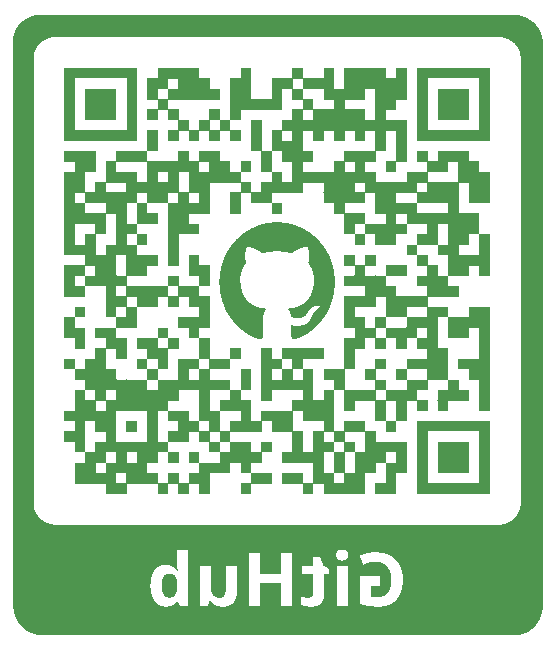
<source format=gbr>
%FSTAX66Y66*%
%MOMM*%
%SFA1B1*%

%IPPOS*%
%LNmtrl_0mm_thru_legend_bot-1*%
%LPD*%
G36*
X000200449713Y000076306959D02*
X000200575214D01*
Y000076286055*
X000200679812*
Y000076265125*
X000200784409*
Y000076244196*
X000200847172*
Y000076223291*
X00020093084*
Y000076202362*
X000200993603*
Y000076181458*
X000201056367*
Y000076160528*
X0002010982*
Y000076139598*
X000201140034*
Y000076118694*
X000201181868*
Y000076097765*
X000201244631*
Y00007607686*
X000201286465*
Y000076055931*
X000201328299*
Y000076035027*
X000201349229*
Y000076014097*
X000201391062*
Y000075993167*
X000201432896*
Y000075972263*
X00020147473*
Y000075951334*
X00020149566*
Y000075930429*
X000201537493*
Y0000759095*
X000201558423*
Y000075888596*
X000201600257*
Y000075867666*
X000201621186*
Y000075846736*
X000201642091*
Y000075825832*
X000201683924*
Y000075804903*
X000201704854*
Y000075783998*
X000201725758*
Y000075763069*
X000201746688*
Y000075742139*
X000201788522*
Y000075721235*
X000201809426*
Y000075700305*
X000201830355*
Y000075679401*
X000201851285*
Y000075658472*
X000201872189*
Y000075637567*
X000201893119*
Y000075616638*
X000201914048*
Y000075595708*
X000201934953*
Y000075574804*
X000201955882*
Y000075553874*
X000201976786*
Y000075532945*
X000201997716*
Y000075512041*
X000202018646*
Y000075491136*
X00020203955*
Y000075470207*
X000202060479*
Y000075449277*
X000202081409*
Y000075407443*
X000202102313*
Y000075386539*
X000202123243*
Y00007536561*
X000202144147*
Y00007534468*
X000202165051*
Y000075302846*
X000202185981*
Y000075281942*
X000202206885*
Y000075240108*
X000202227815*
Y000075219179*
X000202248744*
Y000075177345*
X000202269648*
Y000075156415*
X000202290578*
Y000075114581*
X000202311508*
Y000075093677*
X000202332412*
Y000075051818*
X000202353341*
Y000075009984*
X000202374246*
Y00007496815*
X000202395175*
Y000074926317*
X000202416105*
Y000074884483*
X000202437009*
Y000074842649*
X000202457939*
Y000074779886*
X000202478868*
Y000074738026*
X000202499772*
Y000074675288*
X000202520702*
Y000074612525*
X000202541606*
Y000074549762*
X000202562536*
Y000074487024*
X000202583465*
Y000074403331*
X00020260437*
Y000074298759*
X000202625274*
Y000074152302*
X000202646203*
Y000040598318*
Y000040577414*
Y00002616426*
X000202625274*
Y000025975995*
X00020260437*
Y000025850469*
X000202583465*
Y000025745871*
X000202562536*
Y000025662204*
X000202541606*
Y00002559944*
X000202520702*
Y000025515773*
X000202499772*
Y000025453009*
X000202478868*
Y000025411176*
X000202457939*
Y000025348412*
X000202437009*
Y000025306578*
X000202416105*
Y000025243815*
X000202395175*
Y000025201981*
X000202374246*
Y000025160147*
X000202353341*
Y000025118314*
X000202332412*
Y000025076454*
X000202311508*
Y000025034621*
X000202290578*
Y000025013716*
X000202269648*
Y000024971883*
X000202248744*
Y000024930049*
X000202227815*
Y000024909119*
X000202206885*
Y000024867285*
X000202185981*
Y000024846356*
X000202165051*
Y000024804522*
X000202144147*
Y000024783618*
X000202123243*
Y000024762688*
X000202102313*
Y000024720854*
X000202081409*
Y000024699925*
X000202060479*
Y000024678995*
X00020203955*
Y000024637161*
X000202018646*
Y000024616257*
X000201997716*
Y000024595328*
X000201976786*
Y000024574423*
X000201955882*
Y000024553494*
X000201934953*
Y00002453259*
X000201914048*
Y00002451166*
X000201893119*
Y00002449073*
X000201872189*
Y000024469826*
X000201851285*
Y000024448897*
X000201830355*
Y000024427967*
X000201809426*
Y000024407063*
X000201788522*
Y000024386133*
X000201767617*
Y000024365229*
X000201746688*
Y000024344299*
X000201704854*
Y000024323395*
X000201683924*
Y000024302466*
X000201662995*
Y000024281536*
X000201642091*
Y000024260632*
X000201600257*
Y000024239702*
X000201579327*
Y000024218798*
X000201558423*
Y000024197868*
X000201516589*
Y000024176939*
X00020149566*
Y000024156035*
X000201453826*
Y000024135105*
X000201432896*
Y000024114201*
X000201391062*
Y000024093271*
X000201349229*
Y000024072367*
X000201307395*
Y000024051437*
X000201265536*
Y000024030508*
X000201223702*
Y000024009604*
X000201181868*
Y000023988674*
X000201140034*
Y00002396777*
X0002010982*
Y00002394684*
X000201056367*
Y000023925936*
X000200993603*
Y000023905006*
X00020093084*
Y000023884077*
X000200868076*
Y000023863173*
X000200784409*
Y000023842243*
X000200721645*
Y000023821339*
X000200596144*
Y000023800409*
X000200449713*
Y000023779505*
X000160076159*
Y000023800409*
X000159887869*
Y000023821339*
X000159783272*
Y000023842243*
X000159699604*
Y000023863173*
X000159615936*
Y000023884077*
X000159553173*
Y000023905006*
X00015949041*
Y000023925936*
X000159427646*
Y00002394684*
X000159385812*
Y00002396777*
X000159323049*
Y000023988674*
X000159281215*
Y000024009604*
X000159239381*
Y000024030508*
X000159197548*
Y000024051437*
X000159155714*
Y000024072367*
X00015911388*
Y000024093271*
X000159072046*
Y000024114201*
X000159051117*
Y000024135105*
X000159009283*
Y000024156035*
X000158967449*
Y000024176939*
X000158946519*
Y000024197868*
X000158904686*
Y000024218798*
X000158883756*
Y000024239702*
X000158841922*
Y000024260632*
X000158820993*
Y000024281536*
X000158800088*
Y000024302466*
X000158758255*
Y000024323395*
X000158737325*
Y000024344299*
X000158716421*
Y000024365229*
X000158695491*
Y000024386133*
X000158674587*
Y000024407063*
X000158653657*
Y000024427967*
X000158611824*
Y000024448897*
X000158590894*
Y000024469826*
X00015856999*
Y00002449073*
X000158549086*
Y00002451166*
X000158528131*
Y00002453259*
X000158507226*
Y000024553494*
X000158486297*
Y000024574423*
X000158465367*
Y000024595328*
X000158444463*
Y000024637161*
X000158423533*
Y000024658091*
X000158402629*
Y000024678995*
X000158381725*
Y000024699925*
X000158360795*
Y000024720854*
X000158339866*
Y000024762688*
X000158318962*
Y000024783618*
X000158298032*
Y000024804522*
X000158277128*
Y000024846356*
X000158256198*
Y000024867285*
X000158235269*
Y000024909119*
X000158214364*
Y000024930049*
X00015819346*
Y000024971883*
X000158172531*
Y000024992787*
X000158151626*
Y000025034621*
X000158130697*
Y000025076454*
X000158109767*
Y000025118314*
X000158088863*
Y000025160147*
X000158067933*
Y000025201981*
X000158047029*
Y000025243815*
X000158026074*
Y000025285649*
X000158005145*
Y000025327508*
X00015798424*
Y000025390246*
X000157963336*
Y000025453009*
X000157942407*
Y000025494843*
X000157921502*
Y000025578511*
X000157900573*
Y000025641274*
X000157879669*
Y000025745871*
X000157858739*
Y000025850469*
X000157837809*
Y0000259969*
X000157816905*
Y000074026801*
X000157795976*
Y000074319663*
X000157816905*
Y000074507928*
X000157837809*
Y000074612525*
X000157858739*
Y000074696218*
X000157879669*
Y000074758956*
X000157900573*
Y000074821719*
X000157921502*
Y000074884483*
X000157942407*
Y000074947221*
X000157963336*
Y000074989055*
X00015798424*
Y000075030914*
X000158005145*
Y000075072748*
X000158026074*
Y000075114581*
X000158047029*
Y000075156415*
X000158067933*
Y000075198249*
X000158088863*
Y000075219179*
X000158109767*
Y000075261012*
X000158130697*
Y000075302846*
X000158151626*
Y000075323776*
X000158172531*
Y00007536561*
X00015819346*
Y000075386539*
X000158214364*
Y000075407443*
X000158235269*
Y000075449277*
X000158256198*
Y000075470207*
X000158277128*
Y000075491136*
X000158298032*
Y000075512041*
X000158318962*
Y000075553874*
X000158339866*
Y000075574804*
X000158360795*
Y000075595708*
X000158381725*
Y000075616638*
X000158402629*
Y000075637567*
X000158423533*
Y000075658472*
X000158444463*
Y000075679401*
X000158465367*
Y000075700305*
X000158486297*
Y000075721235*
X000158507226*
Y000075742139*
X000158549086*
Y000075763069*
X00015856999*
Y000075783998*
X000158590894*
Y000075804903*
X000158611824*
Y000075825832*
X000158653657*
Y000075846736*
X000158674587*
Y000075867666*
X000158695491*
Y000075888596*
X000158716421*
Y0000759095*
X000158758255*
Y000075930429*
X000158779159*
Y000075951334*
X000158820993*
Y000075972263*
X000158862826*
Y000075993167*
X000158883756*
Y000076014097*
X00015892559*
Y000076035027*
X000158967449*
Y000076055931*
X000159009283*
Y00007607686*
X000159051117*
Y000076097765*
X00015909295*
Y000076118694*
X00015913481*
Y000076139598*
X000159176618*
Y000076160528*
X000159239381*
Y000076181458*
X000159302145*
Y000076202362*
X000159364908*
Y000076223291*
X000159427646*
Y000076244196*
X00015949041*
Y000076265125*
X000159595007*
Y000076286055*
X000159699604*
Y000076306959*
X000159825105*
Y000076327889*
X000200449713*
Y000076306959*
G37*
%LNmtrl_0mm_thru_legend_bot-2*%
%LPC*%
G36*
X000199110904Y000074445164D02*
X000161143035D01*
Y00007442426*
X000161017508*
Y000074403331*
X000160912911*
Y000074382426*
X000160829218*
Y000074361497*
X00016076648*
Y000074340593*
X000160724646*
Y000074319663*
X000160661883*
Y000074298759*
X000160620049*
Y000074277829*
X000160578215*
Y0000742569*
X000160536356*
Y000074235995*
X000160494522*
Y000074215066*
X000160452689*
Y000074194136*
X000160410855*
Y000074173232*
X000160368996*
Y000074152302*
X000160348091*
Y000074131398*
X000160306258*
Y000074110469*
X000160285328*
Y000074089564*
X000160264424*
Y000074068635*
X00016024352*
Y000074047705*
X00016020166*
Y000074026801*
X000160180756*
Y000074005871*
X000160159827*
Y000073984967*
X000160138897*
Y000073964038*
X000160117993*
Y000073943108*
X000160097063*
Y000073922204*
X000160076159*
Y0000739013*
X000160055229*
Y00007388037*
X0001600343*
Y00007385944*
X000160013396*
Y000073838536*
X000159992466*
Y000073817607*
X000159971536*
Y000073796677*
X000159950632*
Y000073775773*
X000159929728*
Y000073733939*
X000159908798*
Y000073713009*
X000159887869*
Y000073692105*
X000159866965*
Y000073650246*
X000159846035*
Y000073629342*
X000159825105*
Y000073587508*
X000159804201*
Y000073566578*
X000159783272*
Y000073524745*
X000159762367*
Y000073482911*
X000159741438*
Y000073461981*
X000159720534*
Y000073420147*
X000159699604*
Y000073378314*
X000159678674*
Y00007331555*
X00015965777*
Y000073273716*
X000159636841*
Y000073210953*
X000159615936*
Y000073148215*
X000159595007*
Y000073085452*
X000159574103*
Y000073022688*
X000159553173*
Y000072918091*
X000159532269*
Y00007277166*
X000159511339*
Y000034782861*
X000159532269*
Y000034657334*
X000159553173*
Y000034573667*
X000159574103*
Y000034489999*
X000159595007*
Y000034427236*
X000159615936*
Y000034364472*
X000159636841*
Y000034322639*
X00015965777*
Y000034259875*
X000159678674*
Y000034218041*
X000159699604*
Y000034176208*
X000159720534*
Y000034134374*
X000159741438*
Y000034113444*
X000159762367*
Y00003407161*
X000159783272*
Y000034029777*
X000159804201*
Y000034008847*
X000159825105*
Y000033967013*
X000159846035*
Y000033946109*
X000159866965*
Y000033925179*
X000159887869*
Y000033883346*
X000159908798*
Y000033862416*
X000159929728*
Y000033841512*
X000159950632*
Y000033820582*
X000159971536*
Y000033799678*
X000159992466*
Y000033778748*
X000160013396*
Y000033757819*
X0001600343*
Y000033736915*
X000160055229*
Y000033715985*
X000160076159*
Y000033695081*
X000160097063*
Y000033674151*
X000160117993*
Y000033653247*
X000160138897*
Y000033632317*
X000160159827*
Y000033611388*
X000160180756*
Y000033590484*
X00016020166*
Y000033569554*
X00016024352*
Y000033548624*
X000160264424*
Y00003352772*
X000160285328*
Y00003350679*
X000160327187*
Y000033485886*
X000160348091*
Y000033464957*
X000160389925*
Y000033444052*
X000160410855*
Y000033423123*
X000160452689*
Y000033402219*
X000160494522*
Y000033381289*
X000160536356*
Y000033360359*
X000160578215*
Y000033339455*
X000160620049*
Y000033318526*
X000160682813*
Y000033297596*
X000160724646*
Y000033276692*
X000160787384*
Y000033255788*
X000160850148*
Y000033234858*
X000160912911*
Y000033213929*
X000160996579*
Y000033193024*
X000161122106*
Y000033172095*
X000199173668*
Y000033193024*
X000199299169*
Y000033213929*
X000199382837*
Y000033234858*
X000199445575*
Y000033255788*
X000199529293*
Y000033276692*
X000199571127*
Y000033297596*
X000199633865*
Y000033318526*
X000199675699*
Y000033339455*
X000199717558*
Y000033360359*
X000199759392*
Y000033381289*
X000199801226*
Y000033402219*
X000199843059*
Y000033423123*
X000199884893*
Y000033444052*
X000199905797*
Y000033464957*
X000199947657*
Y000033485886*
X000199968586*
Y00003350679*
X00020001042*
Y00003352772*
X000200031324*
Y000033548624*
X000200052254*
Y000033569554*
X000200073158*
Y000033590484*
X000200094088*
Y000033611388*
X000200135921*
Y000033632317*
X000200156851*
Y000033653247*
X000200177755*
Y000033674151*
X000200198685*
Y000033695081*
X000200219589*
Y000033715985*
X000200240519*
Y000033736915*
X000200261423*
Y000033757819*
X000200282352*
Y000033778748*
X000200303257*
Y000033820582*
X000200324186*
Y000033841512*
X000200345116*
Y000033862416*
X00020036602*
Y000033883346*
X00020038695*
Y000033925179*
X000200407879*
Y000033946109*
X000200428783*
Y000033967013*
X000200449713*
Y000034008847*
X000200470617*
Y000034050706*
X000200491547*
Y00003407161*
X000200512476*
Y000034113444*
X000200533381*
Y000034155278*
X00020055431*
Y000034197137*
X000200575214*
Y000034238971*
X000200596144*
Y000034280805*
X000200617048*
Y000034322639*
X000200637978*
Y000034385402*
X000200658907*
Y000034427236*
X000200679812*
Y000034489999*
X000200700716*
Y000034573667*
X000200721645*
Y000034657334*
X000200742575*
Y000034782861*
X000200763479*
Y000072876257*
X000200742575*
Y000072980854*
X000200721645*
Y000073064522*
X000200700716*
Y000073148215*
X000200679812*
Y000073190049*
X000200658907*
Y000073252787*
X000200637978*
Y00007331555*
X000200617048*
Y000073357384*
X000200596144*
Y000073399218*
X000200575214*
Y000073441077*
X00020055431*
Y000073482911*
X000200533381*
Y000073524745*
X000200512476*
Y000073545649*
X000200491547*
Y000073587508*
X000200470617*
Y000073608412*
X000200449713*
Y000073650246*
X000200428783*
Y000073671176*
X000200407879*
Y000073692105*
X00020038695*
Y000073733939*
X00020036602*
Y000073754843*
X000200345116*
Y000073775773*
X000200324186*
Y000073796677*
X000200303257*
Y000073838536*
X000200282352*
Y00007385944*
X000200261423*
Y00007388037*
X000200240519*
Y0000739013*
X000200198685*
Y000073922204*
X000200177755*
Y000073943108*
X000200156851*
Y000073964038*
X000200135921*
Y000073984967*
X000200115017*
Y000074005871*
X000200094088*
Y000074026801*
X000200073158*
Y000074047705*
X000200052254*
Y000074068635*
X00020001042*
Y000074089564*
X000199989516*
Y000074110469*
X000199947657*
Y000074131398*
X000199926727*
Y000074152302*
X000199884893*
Y000074173232*
X000199843059*
Y000074194136*
X00019982213*
Y000074215066*
X000199780296*
Y000074235995*
X000199738462*
Y0000742569*
X000199696628*
Y000074277829*
X000199654795*
Y000074298759*
X000199592031*
Y000074319663*
X000199550197*
Y000074340593*
X000199487459*
Y000074361497*
X000199424671*
Y000074382426*
X000199341003*
Y000074403331*
X000199236406*
Y00007442426*
X000199110904*
Y000074445164*
G37*
G36*
X000185806435Y000031038368D02*
X000185513599D01*
Y000031017438*
X000185429906*
Y000030996534*
X000185367142*
Y000030975604*
X000185325308*
Y000030954675*
X000185304404*
Y000030933771*
X000185283475*
Y000030912841*
X000185262545*
Y000030891937*
X000185241641*
Y000030871007*
X000185220711*
Y000030850103*
X000185199807*
Y00003078734*
X000185178877*
Y000030724576*
X000185157948*
Y000030431714*
X000185178877*
Y000030368951*
X000185199807*
Y000030327117*
X000185220711*
Y000030306213*
X000185241641*
Y000030264379*
X000185262545*
Y000030243449*
X000185283475*
Y00003022252*
X000185325308*
Y000030201616*
X000185346238*
Y000030180686*
X000185388072*
Y000030159756*
X000185450835*
Y000030138852*
X000185534503*
Y000030117948*
X000185722768*
Y000030138852*
X000185848294*
Y000030159756*
X000185931962*
Y000030180686*
X000185973796*
Y000030201616*
X000185994725*
Y00003022252*
X000186036559*
Y000030243449*
X000186057489*
Y000030264379*
X000186078393*
Y000030306213*
X000186099323*
Y000030348047*
X000186120227*
Y00003038988*
X000186141156*
Y000030452644*
X000186162061*
Y000030703647*
X000186141156*
Y00003078734*
X000186120227*
Y000030829173*
X000186099323*
Y000030871007*
X000186078393*
Y000030891937*
X000186057489*
Y000030912841*
X000186036559*
Y000030933771*
X000186015655*
Y000030954675*
X000185973796*
Y000030975604*
X000185931962*
Y000030996534*
X000185890128*
Y000031017438*
X000185806435*
Y000031038368*
G37*
G36*
X000172606589D02*
X000171665239D01*
Y000029720489*
X000171686169*
Y000029385768*
X000171707073*
Y000029260266*
X000171665239*
Y00002928117*
X00017164431*
Y0000293021*
X000171623405*
Y000029343934*
X000171602476*
Y000029364838*
X000171581546*
Y000029385768*
X000171560642*
Y000029406697*
X000171539712*
Y000029427601*
X000171518808*
Y000029448531*
X000171497879*
Y000029469435*
X000171476949*
Y000029490365*
X000171456045*
Y000029511294*
X000171435141*
Y000029532199*
X000171393307*
Y000029553128*
X000171372377*
Y000029574032*
X000171351448*
Y000029594962*
X000171309614*
Y000029615866*
X000171267805*
Y000029636796*
X000171225946*
Y000029657725*
X000171184087*
Y00002967863*
X000171142253*
Y000029699559*
X00017107949*
Y000029720489*
X000170995848*
Y000029741393*
X000170849391*
Y000029762297*
X000170535625*
Y000029741393*
X000170410124*
Y000029720489*
X00017034736*
Y000029699559*
X000170263667*
Y00002967863*
X000170221833*
Y000029657725*
X00017015907*
Y000029636796*
X000170117236*
Y000029615866*
X000170096307*
Y000029594962*
X000170054498*
Y000029574032*
X000170033569*
Y000029553128*
X000169991735*
Y000029532199*
X000169970805*
Y000029511294*
X000169949901*
Y000029490365*
X000169928971*
Y000029469435*
X000169908067*
Y000029448531*
X000169887138*
Y000029427601*
X000169866208*
Y000029406697*
X000169845304*
Y000029385768*
X000169824374*
Y000029364838*
X000169803445*
Y000029343934*
X00016978254*
Y000029323004*
X000169761611*
Y00002928117*
X000169740707*
Y000029260266*
X000169719777*
Y000029218407*
X000169698847*
Y000029197503*
X000169677943*
Y000029155669*
X000169657039*
Y000029113835*
X000169636109*
Y000029071976*
X00016961518*
Y000029030142*
X000169594276*
Y000028988308*
X000169573346*
Y000028925545*
X000169552416*
Y000028883711*
X000169531512*
Y000028800044*
X000169510583*
Y00002873728*
X000169489678*
Y000028653613*
X000169468749*
Y000028549015*
X000169447845*
Y000028423489*
X000169426915*
Y00002817246*
X000169405985*
Y000027816835*
X000169426915*
Y000027565832*
X000169447845*
Y000027440305*
X000169468749*
Y000027335708*
X000169489678*
Y000027252041*
X000169510583*
Y000027168348*
X000169531512*
Y00002710561*
X000169552416*
Y000027063776*
X000169573346*
Y000027001012*
X000169594276*
Y000026959179*
X00016961518*
Y000026917345*
X000169636109*
Y000026875486*
X000169657039*
Y000026833652*
X000169677943*
Y000026791818*
X000169698847*
Y000026770888*
X000169719777*
Y000026729055*
X000169740707*
Y00002670815*
X000169761611*
Y000026687221*
X00016978254*
Y000026645387*
X000169803445*
Y000026624457*
X000169824374*
Y000026603553*
X000169845304*
Y000026582624*
X000169866208*
Y000026561719*
X000169887138*
Y00002654079*
X000169908067*
Y000026519886*
X000169928971*
Y000026498956*
X000169949901*
Y000026478026*
X000169970805*
Y000026457122*
X000170012639*
Y000026436193*
X000170033569*
Y000026415288*
X000170054498*
Y000026394359*
X000170096307*
Y000026373429*
X000170138166*
Y000026352525*
X00017018*
Y000026331595*
X000170221833*
Y000026310691*
X000170284597*
Y000026289762*
X00017034736*
Y000026268857*
X000170410124*
Y000026247928*
X000170535625*
Y000026226998*
X000170933084*
Y000026247928*
X000171058586*
Y000026268857*
X000171121349*
Y000026289762*
X000171184087*
Y000026310691*
X000171246876*
Y000026331595*
X00017128871*
Y000026352525*
X000171330543*
Y000026373429*
X000171372377*
Y000026394359*
X000171393307*
Y000026415288*
X000171435141*
Y000026436193*
X000171456045*
Y000026457122*
X000171476949*
Y000026478026*
X000171497879*
Y000026498956*
X000171539712*
Y000026519886*
X000171560642*
Y00002654079*
X000171581546*
Y000026561719*
X000171602476*
Y000026582624*
X000171623405*
Y000026624457*
X00017164431*
Y000026645387*
X000171748907*
Y000026582624*
X000171769836*
Y00002654079*
X000171790766*
Y000026498956*
X00017181167*
Y000026436193*
X0001718326*
Y000026394359*
X000171853504*
Y000026331595*
X000171874434*
Y000026289762*
X000171895338*
Y000026268857*
X000172585684*
Y000026289762*
X000172606589*
Y000031038368*
G37*
G36*
X000181434384Y000030745506D02*
X00018047213D01*
Y000029009238*
X000178714933*
Y000030745506*
X000177773584*
Y000026938249*
Y000026917345*
Y000026268857*
X000178694003*
Y000026289762*
X000178714933*
Y00002821432*
X00018047213*
Y000026289762*
X000180493035*
Y000026268857*
X000181413454*
Y000026289762*
X000181434384*
Y000030745506*
G37*
G36*
X00018875601Y000030808269D02*
X000188107523D01*
Y00003078734*
X000187982021*
Y00003076641*
X00018783559*
Y000030745506*
X000187730993*
Y000030724576*
X0001876473*
Y000030703647*
X000187584537*
Y000030682742*
X000187500869*
Y000030661838*
X000187417202*
Y000030640909*
X000187375368*
Y000030619979*
X00018731263*
Y000030599075*
X000187249841*
Y000030578145*
X000187187078*
Y000030557216*
X000187145244*
Y000030536311*
X00018712434*
Y000030515407*
X000187145244*
Y000030452644*
X000187166173*
Y000030410785*
X000187187078*
Y000030348047*
X000187208007*
Y000030306213*
X000187228937*
Y000030264379*
X000187249841*
Y000030201616*
X000187270771*
Y000030159756*
X0001872917*
Y000030097018*
X00018731263*
Y000030055185*
X000187333534*
Y000030013325*
X000187354438*
Y000029950587*
X000187375368*
Y000029908754*
X000187396297*
Y00002984599*
X000187417202*
Y000029804156*
X000187438131*
Y000029783227*
X000187459035*
Y000029804156*
X000187500869*
Y000029825061*
X000187563633*
Y00002984599*
X000187605466*
Y000029866894*
X00018766823*
Y000029887824*
X000187730993*
Y000029908754*
X000187793757*
Y000029929658*
X000187877424*
Y000029950587*
X000187940188*
Y000029971492*
X000188044759*
Y000029992421*
X000188170286*
Y000030013325*
X000188714176*
Y000029992421*
X000188818774*
Y000029971492*
X000188902467*
Y000029950587*
X0001889443*
Y000029929658*
X000189007038*
Y000029908754*
X000189048898*
Y000029887824*
X000189090706*
Y000029866894*
X000189132565*
Y00002984599*
X000189174399*
Y000029825061*
X000189195329*
Y000029804156*
X000189237162*
Y000029783227*
X000189258067*
Y000029762297*
X000189278996*
Y000029741393*
X00018932083*
Y000029720489*
X00018934176*
Y000029699559*
X000189362689*
Y00002967863*
X000189383593*
Y000029657725*
X000189404523*
Y000029636796*
X000189425427*
Y000029615866*
X000189446357*
Y000029594962*
X000189467286*
Y000029574032*
X000189488191*
Y000029532199*
X000189509095*
Y000029511294*
X000189530024*
Y000029490365*
X000189550929*
Y000029448531*
X000189571858*
Y000029406697*
X000189592788*
Y000029385768*
X000189613692*
Y000029343934*
X000189634622*
Y0000293021*
X000189655526*
Y000029260266*
X000189676455*
Y000029197503*
X000189697385*
Y000029155669*
X000189718289*
Y000029071976*
X000189739219*
Y000029009238*
X000189760148*
Y000028904641*
X000189781053*
Y00002875821*
X000189801982*
Y00002819339*
X000189781053*
Y000028046959*
X000189760148*
Y000027942362*
X000189739219*
Y000027858694*
X000189718289*
Y000027775001*
X000189697385*
Y000027712263*
X000189676455*
Y000027670429*
X000189655526*
Y00002762857*
X000189634622*
Y000027586736*
X000189613692*
Y000027544903*
X000189592788*
Y000027503069*
X000189571858*
Y000027461235*
X000189550929*
Y000027440305*
X000189530024*
Y000027398472*
X000189509095*
Y000027377542*
X000189488191*
Y000027356638*
X000189467286*
Y000027335708*
X000189446357*
Y000027314804*
X000189425427*
Y000027293874*
X000189404523*
Y000027272945*
X000189383593*
Y000027252041*
X000189362689*
Y000027231111*
X00018934176*
Y000027210207*
X000189299926*
Y000027189277*
X000189278996*
Y000027168348*
X000189237162*
Y000027147443*
X000189195329*
Y000027126539*
X000189153469*
Y00002710561*
X000189111636*
Y00002708468*
X000189048898*
Y000027063776*
X000188986134*
Y000027042846*
X000188902467*
Y000027021917*
X000188274883*
Y000027042846*
X000188149357*
Y000027063776*
X000188044759*
Y000028005125*
X000188881537*
Y000028800044*
X00018712434*
Y000026457122*
X000187208007*
Y000026436193*
X000187270771*
Y000026415288*
X000187333534*
Y000026394359*
X000187417202*
Y000026373429*
X000187500869*
Y000026352525*
X000187584537*
Y000026331595*
X000187689159*
Y000026310691*
X000187793757*
Y000026289762*
X000187919258*
Y000026268857*
X000188107523*
Y000026247928*
X000188316717*
Y000026226998*
X000189048898*
Y000026247928*
X000189195329*
Y000026268857*
X000189278996*
Y000026289762*
X000189383593*
Y000026310691*
X000189446357*
Y000026331595*
X000189509095*
Y000026352525*
X000189571858*
Y000026373429*
X000189634622*
Y000026394359*
X000189676455*
Y000026415288*
X000189718289*
Y000026436193*
X000189760148*
Y000026457122*
X000189801982*
Y000026478026*
X000189843816*
Y000026498956*
X00018988565*
Y000026519886*
X000189906554*
Y00002654079*
X000189948388*
Y000026561719*
X000189969317*
Y000026582624*
X000190011151*
Y000026603553*
X000190032081*
Y000026624457*
X000190052985*
Y000026645387*
X000190094819*
Y000026666317*
X000190115748*
Y000026687221*
X000190136653*
Y00002670815*
X000190157582*
Y000026729055*
X000190178486*
Y000026749984*
X000190199416*
Y000026770888*
X000190220346*
Y000026791818*
X000190241275*
Y000026812748*
X000190262205*
Y000026854581*
X000190283109*
Y000026875486*
X000190304013*
Y000026896415*
X000190324943*
Y000026917345*
X000190345847*
Y000026959179*
X000190366777*
Y000026980083*
X000190387706*
Y000027021917*
X00019040861*
Y000027042846*
X00019042954*
Y00002708468*
X00019045047*
Y00002710561*
X000190471374*
Y000027147443*
X000190492278*
Y000027189277*
X000190513208*
Y000027231111*
X000190534112*
Y000027272945*
X000190555041*
Y000027314804*
X000190575946*
Y000027377542*
X000190596875*
Y000027440305*
X000190617805*
Y000027482139*
X000190638709*
Y000027544903*
X000190659639*
Y00002762857*
X000190680568*
Y000027712263*
X000190701472*
Y000027795931*
X000190722402*
Y000027921458*
X000190743306*
Y000028067889*
X000190764236*
Y000028318917*
X000190785165*
Y000028716376*
X000190764236*
Y000028946475*
X000190743306*
Y000029092906*
X000190722402*
Y000029176573*
X000190701472*
Y00002928117*
X000190680568*
Y000029343934*
X000190659639*
Y000029406697*
X000190638709*
Y000029490365*
X000190617805*
Y000029532199*
X000190596875*
Y000029574032*
X000190575946*
Y000029636796*
X000190555041*
Y00002967863*
X000190534112*
Y000029720489*
X000190513208*
Y000029762297*
X000190492278*
Y000029783227*
X000190471374*
Y000029825061*
X00019045047*
Y000029866894*
X00019042954*
Y000029908754*
X00019040861*
Y000029929658*
X000190387706*
Y000029950587*
X000190366777*
Y000029992421*
X000190345847*
Y000030013325*
X000190324943*
Y000030034255*
X000190304013*
Y000030076089*
X000190283109*
Y000030097018*
X000190262205*
Y000030117948*
X000190241275*
Y000030138852*
X000190220346*
Y000030159756*
X000190199416*
Y000030180686*
X000190178486*
Y000030201616*
X000190157582*
Y00003022252*
X000190136653*
Y000030243449*
X000190115748*
Y000030264379*
X000190094819*
Y000030285283*
X000190073915*
Y000030306213*
X000190032081*
Y000030327117*
X000190011151*
Y000030348047*
X000189990247*
Y000030368951*
X000189948388*
Y00003038988*
X000189927484*
Y000030410785*
X000189906554*
Y000030431714*
X000189864746*
Y000030452644*
X000189843816*
Y000030473548*
X000189801982*
Y000030494478*
X000189760148*
Y000030515407*
X000189718289*
Y000030536311*
X000189697385*
Y000030557216*
X000189655526*
Y000030578145*
X000189613692*
Y000030599075*
X000189550929*
Y000030619979*
X000189509095*
Y000030640909*
X000189446357*
Y000030661838*
X000189383593*
Y000030682742*
X00018932083*
Y000030703647*
X000189258067*
Y000030724576*
X000189174399*
Y000030745506*
X000189069802*
Y00003076641*
X000188965205*
Y00003078734*
X00018875601*
Y000030808269*
G37*
G36*
X000183777305Y000030431714D02*
X000183191581D01*
Y000029699559*
X000182229302*
Y000028988308*
X000183191581*
Y000027314804*
X000183170677*
Y000027189277*
X000183149748*
Y000027147443*
X000183128843*
Y00002710561*
X000183107914*
Y00002708468*
X00018308701*
Y000027063776*
X00018306608*
Y000027042846*
X000183024246*
Y000027021917*
X000183003317*
Y000027001012*
X000182961483*
Y000026980083*
X000182856886*
Y000026959179*
X000182647691*
Y000026980083*
X00018250126*
Y000027001012*
X000182417567*
Y000027021917*
X000182312995*
Y000027042846*
X000182250232*
Y000027063776*
X000182187469*
Y000026373429*
X000182229302*
Y000026352525*
X000182292066*
Y000026331595*
X000182354829*
Y000026310691*
X000182417567*
Y000026289762*
X00018250126*
Y000026268857*
X000182626787*
Y000026247928*
X000182773193*
Y000026226998*
X000183296179*
Y000026247928*
X000183400776*
Y000026268857*
X000183484469*
Y000026289762*
X000183547207*
Y000026310691*
X000183609945*
Y000026331595*
X000183651804*
Y000026352525*
X000183693638*
Y000026373429*
X000183714567*
Y000026394359*
X000183756376*
Y000026415288*
X000183777305*
Y000026436193*
X00018379821*
Y000026457122*
X000183819139*
Y000026478026*
X000183840069*
Y000026498956*
X000183860973*
Y000026519886*
X000183881928*
Y00002654079*
X000183902832*
Y000026561719*
X000183923762*
Y000026603553*
X000183944666*
Y000026645387*
X00018396557*
Y000026666317*
X0001839865*
Y00002670815*
X000184007429*
Y000026770888*
X000184028334*
Y000026812748*
X000184049263*
Y000026896415*
X000184070167*
Y000026980083*
X000184091097*
Y00002710561*
X000184112027*
Y000028988308*
X00018455132*
Y000029406697*
X000184509486*
Y000029427601*
X000184488556*
Y000029448531*
X000184446722*
Y000029469435*
X000184425793*
Y000029490365*
X000184383959*
Y000029511294*
X000184342125*
Y000029532199*
X000184321196*
Y000029553128*
X000184279362*
Y000029574032*
X000184237528*
Y000029594962*
X000184216598*
Y000029615866*
X000184174765*
Y000029636796*
X000184132931*
Y000029657725*
X000184112027*
Y00002967863*
X000184070167*
Y000029699559*
X000184049263*
Y000029720489*
X000184028334*
Y000029783227*
X000184007429*
Y00002984599*
X0001839865*
Y000029887824*
X00018396557*
Y000029950587*
X000183944666*
Y000030013325*
X000183923762*
Y000030076089*
X000183902832*
Y000030117948*
X000183881928*
Y000030180686*
X000183860973*
Y000030243449*
X000183840069*
Y000030285283*
X000183819139*
Y000030348047*
X00018379821*
Y000030410785*
X000183777305*
Y000030431714*
G37*
G36*
X000176727637Y000029699559D02*
X000175807192D01*
Y0000276495*
X000175786288*
Y000027440305*
X000175765358*
Y000027335708*
X000175744428*
Y000027272945*
X000175723524*
Y000027231111*
X000175702595*
Y000027189277*
X000175681665*
Y000027147443*
X000175660761*
Y000027126539*
X000175639831*
Y00002710561*
X000175618927*
Y00002708468*
X000175597997*
Y000027063776*
X000175577093*
Y000027042846*
X000175535259*
Y000027021917*
X0001754934*
Y000027001012*
X000175451566*
Y000026980083*
X000175326065*
Y000026959179*
X000175158704*
Y000026980083*
X000175033178*
Y000027001012*
X00017497044*
Y000027021917*
X000174907676*
Y000027042846*
X000174865817*
Y000027063776*
X000174844913*
Y00002708468*
X000174803079*
Y00002710561*
X000174782175*
Y000027126539*
X000174761245*
Y000027147443*
X000174740316*
Y000027168348*
X000174719411*
Y000027189277*
X000174698482*
Y000027231111*
X000174677578*
Y000027252041*
X000174656648*
Y000027293874*
X000174635718*
Y000027335708*
X000174614814*
Y000027377542*
X000174593885*
Y000027440305*
X000174572955*
Y000027523998*
X000174552051*
Y0000276495*
X000174531121*
Y000027816835*
X000174510217*
Y000029699559*
X000173568868*
Y000026289762*
X000173589797*
Y000026268857*
X000174280118*
Y000026289762*
X000174301023*
Y000026352525*
X000174321952*
Y000026415288*
X000174342856*
Y000026498956*
X000174363786*
Y000026561719*
X000174384716*
Y000026645387*
X00017440562*
Y00002670815*
X000174489287*
Y000026666317*
X000174510217*
Y000026645387*
X000174531121*
Y000026624457*
X000174552051*
Y000026603553*
X000174572955*
Y000026582624*
X000174593885*
Y000026561719*
X000174614814*
Y00002654079*
X000174635718*
Y000026519886*
X000174656648*
Y000026498956*
X000174677578*
Y000026478026*
X000174698482*
Y000026457122*
X000174719411*
Y000026436193*
X000174761245*
Y000026415288*
X000174782175*
Y000026394359*
X000174824009*
Y000026373429*
X000174865817*
Y000026352525*
X00017492858*
Y000026331595*
X00017497044*
Y000026310691*
X000175033178*
Y000026289762*
X000175095941*
Y000026268857*
X000175158704*
Y000026247928*
X000175305135*
Y000026226998*
X000175807192*
Y000026247928*
X000175911789*
Y000026268857*
X000175995457*
Y000026289762*
X00017605822*
Y000026310691*
X000176100054*
Y000026331595*
X000176141888*
Y000026352525*
X000176183747*
Y000026373429*
X000176225581*
Y000026394359*
X000176267414*
Y000026415288*
X000176288344*
Y000026436193*
X000176330178*
Y000026457122*
X000176351082*
Y000026478026*
X000176372012*
Y000026498956*
X000176392916*
Y000026519886*
X000176413845*
Y00002654079*
X00017643475*
Y000026561719*
X000176455679*
Y000026582624*
X000176476609*
Y000026624457*
X000176497513*
Y000026645387*
X000176518443*
Y000026687221*
X000176539347*
Y00002670815*
X000176560276*
Y000026749984*
X000176581206*
Y000026791818*
X00017660211*
Y000026833652*
X00017662304*
Y000026875486*
X000176643969*
Y000026938249*
X000176664874*
Y000027021917*
X000176685803*
Y00002710561*
X000176706707*
Y000027231111*
X000176727637*
Y000029699559*
G37*
G36*
X000186120227D02*
X000185199807D01*
Y000027921458*
Y000027900528*
Y000026268857*
X000186120227*
Y000029699559*
G37*
%LNmtrl_0mm_thru_legend_bot-3*%
%LPD*%
G36*
X000191119861Y000069152693D02*
X000190241275D01*
Y000068274082*
X000189362689*
Y00006743733*
X000191119861*
Y000063881101*
X000190241275*
Y000063002515*
X00018934176*
Y000063922935*
X000190220346*
Y000064759713*
X000190199416*
Y000064801546*
X000190220346*
Y000065638299*
X000190199416*
Y000065680132*
X000190220346*
Y000066516885*
X000189362689*
Y000064759713*
X000188484078*
Y000063881101*
X000187605466*
Y000063044349*
X000188484078*
Y000062165763*
X000191098932*
Y000063044349*
X000192856129*
Y000063881101*
X000191977543*
Y000064801546*
X000192877059*
Y000063922935*
X000193734715*
Y000064801546*
X000196391428*
Y000063922935*
X000197270014*
Y000063044349*
X000198148625*
Y000060366732*
X000196370524*
Y000061245318*
X000196349594*
Y000061287152*
X000196370524*
Y000062123929*
X000195512842*
Y00005952998*
X000197270014*
Y000057751853*
X000198148625*
Y000054216554*
X000197249084*
Y000055095165*
X000196391428*
Y000054216554*
X000194634256*
Y000053358872*
X000195512842*
Y000052459356*
X000192877059*
Y000051601674*
X000193713811*
Y000051622604*
X000193755645*
Y000051601674*
X000194634256*
Y000050723088*
X000195471008*
Y000050744018*
X000195512842*
Y000050723088*
X000196349594*
Y000050744018*
X000196370524*
Y000051601674*
X000197228206*
Y000051622604*
X000197270014*
Y000051601674*
X000198148625*
Y000042794809*
X000197249084*
Y000043673395*
X000197228206*
Y000043715254*
X000197249084*
Y000044552006*
X000197228206*
Y00004459384*
X000197249084*
Y000045430592*
X000196370524*
Y000046309203*
X000195491912*
Y000047208719*
X000196349594*
Y000047229623*
X000196391428*
Y000047208719*
X000197228206*
Y000047229623*
X000197249084*
Y000048066375*
X000197228206*
Y000048108235*
X000197249084*
Y000048944987*
X000197228206*
Y000048986821*
X000197249084*
Y000049823573*
X000196391428*
Y000048944987*
X000194613326*
Y000049823573*
X000194592397*
Y000049865407*
X000194613326*
Y000050702184*
X000193755645*
Y000048087305*
X000194634256*
Y000045451522*
X000195512842*
Y000044572936*
X000196391428*
Y000043673395*
X000194634256*
Y000042794809*
X000193734715*
Y000043673395*
X000193713811*
Y000043715254*
X000193734715*
Y000044572936*
X000194592397*
Y00004459384*
X000194613326*
Y000045430592*
X000192877059*
Y000044552006*
X000191998447*
Y000043694324*
X000192877059*
Y000042794809*
X000191977543*
Y000043673395*
X000191119861*
Y000041916223*
X000190241275*
Y000041037611*
X00018934176*
Y000041916223*
X000188463148*
Y000042794809*
X000188442244*
Y000042836642*
X000188463148*
Y000043673395*
X000186726855*
Y000042794809*
X000185827365*
Y000043673395*
X000185806435*
Y000043715254*
X000185827365*
Y000044552006*
X000184969683*
Y000041058541*
X000185827365*
Y000041937127*
X000187605466*
Y000041058541*
X000188484078*
Y000040179955*
X000191119861*
Y000037523242*
X000190241275*
Y000035766044*
X000188463148*
Y00003666556*
X00018932083*
Y00003668649*
X00018934176*
Y000037523242*
X00018932083*
Y000037544146*
X00018934176*
Y000038401828*
X000188484078*
Y000037523242*
X000187605466*
Y000035766044*
X000184070167*
Y000036644656*
X000183212486*
Y000035766044*
X000182312995*
Y000036644656*
X000180555798*
Y000037544146*
X0001823339*
Y00003666556*
X000183191581*
Y000037523242*
X000183170677*
Y000037544146*
X000183191581*
Y000038401828*
X000180555798*
Y000039301343*
X000181413454*
Y000039322273*
X000181434384*
Y000041037611*
X000179677212*
Y000041916223*
X000178819505*
Y000041037611*
X000176183747*
Y000040179955*
X000177940919*
Y000039301343*
X000178798601*
Y000040179955*
X000179698116*
Y000039280439*
X000178819505*
Y000038401828*
X000177940919*
Y000037544146*
X000179698116*
Y000036644656*
X000177940919*
Y000035766044*
X000177041429*
Y00003666556*
X000177919989*
Y000037523242*
X000177041429*
Y000038401828*
X000176183747*
Y000037523242*
X000174426524*
Y000035766044*
X000173527034*
Y000036644656*
X000172669352*
Y000035766044*
X000171769836*
Y000036644656*
X000170912155*
Y000035766044*
X000170012639*
Y000036644656*
X000167397785*
Y000035766044*
X000165619658*
Y000036644656*
X000162983875*
Y000038422757*
X000163862486*
Y000039280439*
X000162983875*
Y000040159025*
X000162105289*
Y000041058541*
X000162983875*
Y000041916223*
X000162105289*
Y000042815738*
X000162983875*
Y000044572936*
X000163862486*
Y000045430592*
X000162983875*
Y000046309203*
X000162105289*
Y000047208719*
X000163004804*
Y000046330108*
X000163862486*
Y000047208719*
X000164741047*
Y000048087305*
X000165619658*
Y000048944987*
X000164741047*
Y000049844502*
X000165619658*
Y000049865407*
X000165640588*
Y000049844502*
X00016649827*
Y000050702184*
X000165619658*
Y000053337968*
X00016388339*
Y000052459356*
X000162105289*
Y000055116069*
X000162983875*
Y000055136999*
X000163025709*
Y000055116069*
X000163862486*
Y000055973751*
X000162105289*
Y000063044349*
X000162983875*
Y000063881101*
X000162105289*
Y000064801546*
X000164761976*
Y000063002515*
X00016388339*
Y000061287152*
X000164741047*
Y000062165763*
X000165619658*
Y000063922935*
X00016649827*
Y000064801546*
X000169134053*
Y000066558744*
X000170033569*
Y000064759713*
X000169154957*
Y000063922935*
X000171769836*
Y000064801546*
X000172669352*
Y000063922935*
X000173527034*
Y000064801546*
X000175305135*
Y000063922935*
X000176183747*
Y000063044349*
X000177041429*
Y000063922935*
X000177940919*
Y000063002515*
X000177062333*
Y000062165763*
X000177940919*
Y000061287152*
X000178798601*
Y000062165763*
X000179677212*
Y000063002515*
X000178798601*
Y000064759713*
X000177919989*
Y00006743733*
X000178819505*
Y000064801546*
X000179677212*
Y000065303603*
Y000065324507*
Y000066558744*
X000180555798*
Y00006743733*
X000181434384*
Y000068315916*
X000182312995*
Y000069152693*
X000181434384*
Y000070031279*
X000180576728*
Y000068274082*
X000177062333*
Y000067395496*
X000176183747*
Y000066558744*
X000177062333*
Y000065638299*
X000176162817*
Y000066516885*
X000175305135*
Y000065638299*
X00017440562*
Y000066516885*
X000173547938*
Y000065638299*
X000172648448*
Y000066516885*
X000171790766*
Y000065638299*
X000170891225*
Y000066558744*
X000171769836*
Y000067395496*
X000170891225*
Y000068274082*
X000170033569*
Y000067395496*
X000169134053*
Y000068315916*
X000170012639*
Y000069152693*
X000169134053*
Y000070951699*
X000170012639*
Y000071830311*
X000173547938*
Y000070951699*
X000174426524*
Y000070073113*
X000175305135*
Y000069152693*
X000170912155*
Y000068315916*
X000171790766*
Y00006743733*
X000172669352*
Y000066558744*
X000173527034*
Y00006743733*
X00017440562*
Y000068315916*
X000175305135*
Y00006743733*
X000176162817*
Y000070951699*
X000177041429*
Y000071830311*
X000177940919*
Y000069194527*
X000179677212*
Y000070951699*
X000181434384*
Y000071830311*
X0001823339*
Y000070951699*
X000184070167*
Y000071830311*
X000184969683*
Y000070073113*
X000185827365*
Y000070909865*
X000185806435*
Y000070951699*
X000185827365*
Y000071830311*
X000189362689*
Y000070951699*
X000190220346*
Y000071830311*
X000191119861*
Y000069152693*
G37*
G36*
X000198148625Y000065680132D02*
X000191998447D01*
Y000066224023*
Y000066244952*
Y000071830311*
X000198148625*
Y000065680132*
G37*
G36*
X000168276371D02*
X000162126218D01*
Y000071830311*
X000168276371*
Y000065680132*
G37*
G36*
X00016388339Y000050702184D02*
X000163004804D01*
Y000049865407*
X000163025709*
Y000049844502*
X00016388339*
Y000048066375*
X000162983875*
Y000048944987*
X000162105289*
Y000050723088*
X000162983875*
Y000051601674*
X00016388339*
Y000050702184*
G37*
G36*
X000198148625Y000035786974D02*
X000191998447D01*
Y000041937127*
X000198148625*
Y000035786974*
G37*
%LNmtrl_0mm_thru_legend_bot-4*%
%LPC*%
G36*
X000182312995Y000070909865D02*
X000181455314D01*
Y000070073113*
X000182312995*
Y000070909865*
G37*
G36*
X000171769836D02*
X000170912155D01*
Y000070888961*
Y000070868032*
Y000070073113*
X000171769836*
Y000070909865*
G37*
G36*
X000170891225Y000070031279D02*
X000170033569D01*
Y000069194527*
X000170891225*
Y000070031279*
G37*
G36*
X000184070167D02*
X0001823339D01*
Y000069194527*
X000183212486*
Y000068315916*
X000184948779*
Y000068336845*
Y000069152693*
X000184070167*
Y000070031279*
G37*
G36*
X000188463148D02*
X000187605466D01*
Y000069152693*
X000185848294*
Y000068315916*
X000187605466*
Y00006743733*
X000188463148*
Y000068274082*
X000188442244*
Y000068315916*
X000188463148*
Y000069152693*
X000188442244*
Y000069194527*
X000188463148*
Y000069696584*
Y000069717488*
Y000070031279*
G37*
G36*
X000183191581Y000068274082D02*
X0001823339D01*
Y00006743733*
X000183191581*
Y000068274082*
G37*
G36*
X000175284206Y000067395496D02*
X000174426524D01*
Y000066558744*
X000175284206*
Y000067395496*
G37*
G36*
X000181434384Y000066516885D02*
X000180576728D01*
Y000065680132*
X000181434384*
Y000066516885*
G37*
G36*
X000188463148D02*
X000187605466D01*
Y000065638299*
X000186705976*
Y000066516885*
X000185848294*
Y000065638299*
X000184948779*
Y000066516885*
X000184091097*
Y000065638299*
X000183191581*
Y000066516885*
X0001823339*
Y000064801546*
X000183212486*
Y000063881101*
X0001823339*
Y000063044349*
X000184948779*
Y000063922935*
X000185827365*
Y000064801546*
X000188463148*
Y000065638299*
X000188442244*
Y000065680132*
X000188463148*
Y000066516885*
G37*
G36*
X000186705976Y000063881101D02*
X000185848294D01*
Y000063169876*
Y000063148946*
Y000063044349*
X000186705976*
Y000063881101*
G37*
G36*
X00017440562D02*
X000173547938D01*
Y000063044349*
X00017440562*
Y000063881101*
G37*
G36*
X000195491912D02*
X000194634256D01*
Y000063107112*
Y000063086183*
Y000063002515*
X000192877059*
Y000062165763*
X000195491912*
Y000063002515*
X000195471008*
Y000063044349*
X000195491912*
Y000063881101*
G37*
G36*
X000180555798Y000064759713D02*
X000179698116D01*
Y000063044349*
X000180576728*
Y000062165763*
X000181434384*
Y000063504572*
Y000063525476*
Y000063881101*
X000180555798*
Y000064759713*
G37*
G36*
X000170891225Y000063002515D02*
X000170033569D01*
Y000062165763*
X000170891225*
Y000063002515*
G37*
G36*
X000169134053Y000063881101D02*
X000166519199D01*
Y000063044349*
X000168276371*
Y000062165763*
X000169134053*
Y000063881101*
G37*
G36*
X000192856129Y000062123929D02*
X000191998447D01*
Y000061287152*
X000192856129*
Y000062123929*
G37*
G36*
X000187584537D02*
X000186726855D01*
Y000061287152*
X000187584537*
Y000062123929*
G37*
G36*
X000172648448Y000063002515D02*
X000171790766D01*
Y000061287152*
X000172648448*
Y000061747374*
Y000061768304*
Y000063002515*
G37*
G36*
X000167376856Y000062123929D02*
X000165640588D01*
Y000061287152*
X000167376856*
Y000062061166*
Y00006208207*
Y000062123929*
G37*
G36*
X000191977543Y000061245318D02*
X000190241275D01*
Y000060408566*
X000191977543*
Y000060910622*
Y000060931526*
Y000061245318*
G37*
G36*
X000173527034D02*
X000172669352D01*
Y000060408566*
X000173527034*
Y000061245318*
G37*
G36*
X000171769836D02*
X000170912155D01*
Y000061057053*
Y000061036149*
Y000060408566*
X000171769836*
Y000061245318*
G37*
G36*
X000169134053D02*
X000168276371D01*
Y000060408566*
X000169134053*
Y000061182554*
Y000061203484*
Y000061245318*
G37*
G36*
X000163862486D02*
X000163004804D01*
Y000060408566*
X000163862486*
Y000061245318*
G37*
G36*
X000194613326Y000060366732D02*
X000191998447D01*
Y00005952998*
X000194613326*
Y000060366732*
G37*
G36*
X000165619658D02*
X00016388339D01*
Y00005952998*
X000165619658*
Y000060366732*
G37*
G36*
X000184070167Y000062123929D02*
X0001823339D01*
Y000061245318*
X000179698116*
Y000060408566*
X000180576728*
Y00005948812*
X000179677212*
Y000060366732*
X000177919989*
Y000061245318*
X000177062333*
Y00005948812*
X000176162817*
Y000061287152*
X000177041429*
Y000062123929*
X000174426524*
Y00005948812*
X000172669352*
Y000058651368*
X000172690256*
Y000058630464*
X000173547938*
Y000057730948*
X000171790766*
Y000055095165*
X000170891225*
Y000060366732*
X000169154957*
Y00005952998*
X000170033569*
Y000058609534*
X000168276371*
Y000057772782*
X000168297275*
Y000057751853*
X000169154957*
Y000056852337*
X000168276371*
Y000056015585*
X000168297275*
Y000055994655*
X000169113123*
Y000056015585*
X000169175887*
Y000055994655*
X000170033569*
Y000055095165*
X000169154957*
Y000054216554*
X000167397785*
Y000053379801*
X000167418715*
Y000053358872*
X000168255442*
Y000053379801*
X000168297275*
Y000053358872*
X000169113123*
Y000053379801*
X000169154957*
Y000053358872*
X000169991735*
Y000053379801*
X000170033569*
Y000053358872*
X000170870321*
Y000053379801*
X000170891225*
Y000054237483*
X000171790766*
Y000053358872*
X000172627518*
Y000053379801*
X000172669352*
Y000053358872*
X000173506104*
Y000053379801*
X000173527034*
Y000054216554*
X000172648448*
Y000055074235*
Y000055095165*
Y000055994655*
X000173547938*
Y000055136999*
X000173568868*
Y000055116069*
X000174426524*
Y000053337968*
X000173547938*
Y000052480286*
X000174426524*
Y000049823573*
X000173547938*
Y000048965891*
X000174426524*
Y000047208719*
X000175284206*
Y000047229623*
X000175305135*
Y000047208719*
X000176162817*
Y000048087305*
X000177062333*
Y000047187789*
X000176183747*
Y000046309203*
X000174426524*
Y000045451522*
X000175284206*
Y000045472426*
X000175305135*
Y000045451522*
X000176183747*
Y000044572936*
X000177041429*
Y000046330108*
X000177940919*
Y000044552006*
X000177062333*
Y000043694324*
X000177940919*
Y000041937127*
X000178798601*
Y000042815738*
X000181434384*
Y000043694324*
X000182292066*
Y000043715254*
X000182312995*
Y000044552006*
X000179698116*
Y000043673395*
X000178798601*
Y000048087305*
X000179698116*
Y000047208719*
X000180534894*
Y000047229623*
X000180555798*
Y000048087305*
X000181413454*
Y000048108235*
X000181455314*
Y000048087305*
X000182292066*
Y000048108235*
X0001823339*
Y000048087305*
X000183170677*
Y000048108235*
X000183212486*
Y000048087305*
X000184091097*
Y000047187789*
X0001823339*
Y000046330108*
X000183212486*
Y000043694324*
X000184049263*
Y000043715254*
X000184070167*
Y000044572936*
X000184927849*
Y00004459384*
X000184948779*
Y000045430592*
X000184070167*
Y000046330108*
X000184927849*
Y000046351037*
X000184969683*
Y000046330108*
X000185806435*
Y000046351037*
X000185827365*
Y000047187789*
X000185806435*
Y000047229623*
X000185827365*
Y000048066375*
X000185806435*
Y000048108235*
X000185827365*
Y000048965891*
X000186685047*
Y000048986821*
X000186705976*
Y000049823573*
X000185827365*
Y000050702184*
X000185806435*
Y000050744018*
X000185827365*
Y00005158077*
X000185806435*
Y000051622604*
X000185827365*
Y000052480286*
X000186685047*
Y000052501215*
X000186726855*
Y000052480286*
X000187563633*
Y000052501215*
X000187584537*
Y000053337968*
X000185827365*
Y000054237483*
X000186685047*
Y000054258387*
X000186705976*
Y000055095165*
X000185827365*
Y000055994655*
X000186726855*
Y000055116069*
X000187563633*
Y000055136999*
X000187584537*
Y000055994655*
X000188484078*
Y000055095165*
X000187605466*
Y000054237483*
X000188442244*
Y000054258387*
X000188484078*
Y000054237483*
X00018932083*
Y000054258387*
X00018934176*
Y000055116069*
X000190199416*
Y000055136999*
X000190241275*
Y000055116069*
X000191119861*
Y000054216554*
X000189362689*
Y000053358872*
X000190241275*
Y000052480286*
X000191078027*
Y000052501215*
X000191119861*
Y000052480286*
X000191956613*
Y000052501215*
X000191998447*
Y000052480286*
X000192835225*
Y000052501215*
X000192856129*
Y000053337968*
X000191977543*
Y000054237483*
X000192835225*
Y000054258387*
X000192856129*
Y000055095165*
X000191977543*
Y000055973751*
X000191098932*
Y000056873267*
X000191956613*
Y000056894171*
X000191977543*
Y000057751853*
X000192835225*
Y000057772782*
X000192856129*
Y000058609534*
X000191119861*
Y000057730948*
X000190241275*
Y000056852337*
X000188463148*
Y000057730948*
X000187605466*
Y000056852337*
X000186705976*
Y000057730948*
X000185827365*
Y000058609534*
X000185806435*
Y000058651368*
X000185827365*
Y00005948812*
X000184948779*
Y000060366732*
X000184070167*
Y000061245318*
X000184049263*
Y000061287152*
X000184070167*
Y000062123929*
G37*
G36*
X000191098932Y00005948812D02*
X000190241275D01*
Y000058630464*
X000191078027*
Y000058651368*
X000191098932*
Y000058776895*
Y000058797799*
Y00005948812*
G37*
G36*
X000188463148Y000061245318D02*
X000187605466D01*
Y000060366732*
X000185848294*
Y000059843746*
Y000059822842*
Y00005952998*
X000187605466*
Y000058630464*
X000188442244*
Y000058651368*
X000188484078*
Y000058630464*
X00018932083*
Y000058651368*
X00018934176*
Y00005948812*
X000188463148*
Y000060366732*
X000188442244*
Y000060408566*
X000188463148*
Y000061245318*
G37*
G36*
X000168255442Y000060366732D02*
X000167397785D01*
Y000058651368*
X000167418715*
Y000058630464*
X000168234537*
Y000058651368*
X000168255442*
Y000058776895*
Y000058797799*
Y000060366732*
G37*
G36*
X000187584537Y000058609534D02*
X000186726855D01*
Y000057751853*
X000187563633*
Y000057772782*
X000187584537*
Y000058609534*
G37*
G36*
X000194613326D02*
X000193755645D01*
Y000058274839*
Y000058253909*
Y000056873267*
X000194592397*
Y000056894171*
X000194613326*
Y000057730948*
X000194592397*
Y000057772782*
X000194613326*
Y000058609534*
G37*
G36*
X000168255442Y000057730948D02*
X000167397785D01*
Y000056894171*
X000167418715*
Y000056873267*
X000168234537*
Y000056894171*
X000168255442*
Y000057730948*
G37*
G36*
X000164741047Y000058609534D02*
X000163004804D01*
Y000056894171*
X000163025709*
Y000056873267*
X000163841557*
Y000056894171*
X000163862486*
Y000057751853*
X000164720168*
Y000057772782*
X000164741047*
Y000058609534*
G37*
G36*
X000197249084Y000057730948D02*
X000196391428D01*
Y000056852337*
X000195512842*
Y000056538545*
Y000056517641*
Y000055994655*
X000196349594*
Y000056015585*
X000196391428*
Y000055994655*
X000197228206*
Y000056015585*
X000197249084*
Y000056852337*
X000197228206*
Y000056894171*
X000197249084*
Y000057730948*
G37*
G36*
X00016649827Y00005948812D02*
X000165640588D01*
Y000057730948*
X000164761976*
Y000056015585*
X000164782906*
Y000055994655*
X000165598729*
Y000056015585*
X000165619658*
Y000056873267*
X00016647734*
Y000056894171*
X00016649827*
Y000058149312*
Y000058170241*
Y00005948812*
G37*
G36*
X000193734715Y000056852337D02*
X000191998447D01*
Y000055994655*
X000192877059*
Y000055199737*
Y000055178833*
Y000055116069*
X000193755645*
Y000054237483*
X000194592397*
Y000054258387*
X000194613326*
Y000055095165*
X000194592397*
Y000055136999*
X000194613326*
Y000055973751*
X000193734715*
Y000056852337*
G37*
G36*
X000167376856Y000055973751D02*
X000166519199D01*
Y000054258387*
X000166540103*
Y000054237483*
X000167355951*
Y000054258387*
X000167376856*
Y000054676776*
Y000054697706*
Y000055973751*
G37*
G36*
X000164741047Y000055095165D02*
X00016388339D01*
Y000054258387*
X00016390432*
Y000054237483*
X000164720168*
Y000054258387*
X000164741047*
Y000054300221*
Y000054321151*
Y000055095165*
G37*
G36*
X000163862486Y000054216554D02*
X000163004804D01*
Y000053379801*
X000163025709*
Y000053358872*
X000163862486*
Y000054216554*
G37*
G36*
X000171769836Y000053337968D02*
X000170912155D01*
Y000052480286*
X000171748907*
Y000052501215*
X000171769836*
Y000053337968*
G37*
G36*
X000167376856D02*
X000166519199D01*
Y000052501215*
X000166540103*
Y000052480286*
X000167376856*
Y000053337968*
G37*
G36*
X000168255442Y000052459356D02*
X000167397785D01*
Y000051894562*
Y000051873632*
Y000051601674*
X000168255442*
Y000052459356*
G37*
G36*
X000172648448D02*
X000171790766D01*
Y00005158077*
X000170891225*
Y000052459356*
X000170033569*
Y00005158077*
X000168276371*
Y000049823573*
X000166519199*
Y000048986821*
X000166540103*
Y000048965891*
X000167397785*
Y000047187789*
X00016649827*
Y000048066375*
X000165640588*
Y000046351037*
X000165661492*
Y000046330108*
X000166519199*
Y000045472426*
X000166540103*
Y000045451522*
X000167376856*
Y000045472426*
X000167397785*
Y000045451522*
X000168255442*
Y000045472426*
X000168276371*
Y000045451522*
X000169134053*
Y000046309203*
X000168255442*
Y000047208719*
X000169134053*
Y000048066375*
X000168255442*
Y000048965891*
X000169134053*
Y000048986821*
X000169154957*
Y000048965891*
X000170012639*
Y000049844502*
X000170912155*
Y000048965891*
X000171790766*
Y000048066375*
X000170912155*
Y000046309203*
X000170033569*
Y000045451522*
X000170891225*
Y000045472426*
X000170912155*
Y000045451522*
X000171748907*
Y000045472426*
X000171769836*
Y000047208719*
X000172648448*
Y000047229623*
X000172669352*
Y000047208719*
X000173527034*
Y000048944987*
X000172648448*
Y000049823573*
X000171769836*
Y000050723088*
X000172648448*
Y000050744018*
X000172669352*
Y000050723088*
X000173506104*
Y000050744018*
X000173527034*
Y00005158077*
X000172648448*
Y000052459356*
G37*
G36*
X000192856129Y00005158077D02*
X000191119861D01*
Y000050723088*
X000191956613*
Y000050744018*
X000191998447*
Y000050723088*
X000192835225*
Y000050744018*
X000192856129*
Y00005158077*
G37*
G36*
X000167376856D02*
X000166519199D01*
Y000050723088*
X000167355951*
Y000050744018*
X000167376856*
Y00005158077*
G37*
G36*
X000191098932Y000050702184D02*
X000189362689D01*
Y000050555728*
Y000050534824*
Y000049844502*
X000190199416*
Y000049865407*
X000190241275*
Y000049844502*
X000191078027*
Y000049865407*
X000191098932*
Y000050702184*
G37*
G36*
X00018934176Y000052459356D02*
X000188484078D01*
Y00005158077*
X000186726855*
Y000050723088*
X000187605466*
Y000049844502*
X000188442244*
Y000049865407*
X000188463148*
Y000050723088*
X00018932083*
Y000050744018*
X00018934176*
Y00005158077*
X00018932083*
Y000051622604*
X00018934176*
Y000052459356*
G37*
G36*
X000192856129Y000049823573D02*
X000191998447D01*
Y000049426114*
Y000049405209*
Y000048965891*
X000192835225*
Y000048986821*
X000192856129*
Y000049823573*
G37*
G36*
X00018934176D02*
X000188484078D01*
Y000048965891*
X00018932083*
Y000048986821*
X00018934176*
Y000049823573*
G37*
G36*
X000170891225Y000048944987D02*
X000170033569D01*
Y000048087305*
X000170891225*
Y000048944987*
G37*
G36*
X000191977543D02*
X000191119861D01*
Y000048066375*
X000190220346*
Y000048944987*
X000189362689*
Y000048066375*
X000188463148*
Y000048944987*
X000187605466*
Y000048066375*
X000186726855*
Y000046309203*
X000185848294*
Y000044572936*
X000186685047*
Y00004459384*
X000186726855*
Y000044572936*
X000187563633*
Y00004459384*
X000187605466*
Y000044572936*
X000188442244*
Y00004459384*
X000188463148*
Y000045430592*
X000187584537*
Y000046330108*
X000188442244*
Y000046351037*
X000188463148*
Y000047208719*
X000189362689*
Y000046309203*
X000188484078*
Y000045451522*
X000189362689*
Y000044572936*
X000190199416*
Y00004459384*
X000190241275*
Y000044572936*
X000191078027*
Y00004459384*
X000191098932*
Y000045430592*
X000190220346*
Y000046330108*
X000191078027*
Y000046351037*
X000191098932*
Y000047208719*
X000191956613*
Y000047229623*
X000191998447*
Y000047208719*
X000192835225*
Y000047229623*
X000192856129*
Y000048066375*
X000191977543*
Y000048944987*
G37*
G36*
X000181434384Y000047187789D02*
X000180576728D01*
Y000047062288*
Y000047041358*
Y000046330108*
X000181413454*
Y000046351037*
X000181434384*
Y000047187789*
G37*
G36*
X00017440562D02*
X000173547938D01*
Y000046330108*
X00017440562*
Y000047187789*
G37*
G36*
X000170012639D02*
X000169154957D01*
Y000046330108*
X000170012639*
Y000047187789*
G37*
G36*
X000192856129Y000046309203D02*
X000191119861D01*
Y000045451522*
X000191956613*
Y000045472426*
X000191998447*
Y000045451522*
X000192835225*
Y000045472426*
X000192856129*
Y000046309203*
G37*
G36*
X000182312995D02*
X000181455314D01*
Y000045556119*
Y000045535189*
Y000045451522*
X000182292066*
Y000045472426*
X000182312995*
Y000046309203*
G37*
G36*
X000180555798D02*
X000179698116D01*
Y000045451522*
X000180534894*
Y000045472426*
X000180555798*
Y000045556119*
Y000045577048*
Y000046309203*
G37*
G36*
X000173527034D02*
X000172669352D01*
Y000045451522*
X000173506104*
Y000045472426*
X000173527034*
Y000046309203*
G37*
G36*
X000170012639Y000045430592D02*
X000169154957D01*
Y000044572936*
X000170012639*
Y000045430592*
G37*
G36*
X00018934176Y000044552006D02*
X000188484078D01*
Y000043819826*
Y000043798921*
Y000043694324*
X00018932083*
Y000043715254*
X00018934176*
Y000044552006*
G37*
G36*
X00016649827D02*
X000165640588D01*
Y000043694324*
X00016649827*
Y000044552006*
G37*
G36*
X000164741047D02*
X00016388339D01*
Y000044468338*
Y000044447409*
Y000043715254*
X00016390432*
Y000043694324*
X000164741047*
Y000044552006*
G37*
G36*
X000176162817D02*
X000174426524D01*
Y000042815738*
X000175284206*
Y000043694324*
X000176141888*
Y000043715254*
X000176162817*
Y000044552006*
G37*
G36*
X000165619658Y000043673395D02*
X000164761976D01*
Y000042836642*
X000164782906*
Y000042815738*
X000165619658*
Y000043673395*
G37*
G36*
X000190220346D02*
X000189362689D01*
Y000041937127*
X000190199416*
Y000041958056*
X000190220346*
Y000042794809*
X000190199416*
Y000042836642*
X000190220346*
Y000043673395*
G37*
G36*
X000173527034Y000044552006D02*
X000171790766D01*
Y000043673395*
X000170912155*
Y000042815738*
X000172669352*
Y000041937127*
X000173527034*
Y000044552006*
G37*
G36*
X000177041429Y000042794809D02*
X000175305135D01*
Y000041058541*
X000176162817*
Y000041937127*
X000177020474*
Y000041958056*
X000177041429*
Y000042794809*
G37*
G36*
X00017440562Y000041916223D02*
X000173547938D01*
Y000041058541*
X00017440562*
Y000041916223*
G37*
G36*
X000184948779Y000041037611D02*
X000184091097D01*
Y000040179955*
X000184948779*
Y000041037611*
G37*
G36*
X000175284206D02*
X000174426524D01*
Y000040702915*
Y000040681986*
Y000040179955*
X000175284206*
Y000041037611*
G37*
G36*
X000170891225Y000042794809D02*
X000170033569D01*
Y000040681986*
Y000040661082*
Y000040179955*
X000170891225*
Y000041058541*
X000171769836*
Y000041916223*
X000170891225*
Y000042794809*
G37*
G36*
X000169134053D02*
X000166519199D01*
Y000040179955*
X000169134053*
Y000042794809*
G37*
G36*
X000187584537Y000041037611D02*
X000185848294D01*
Y000040179955*
X000186726855*
Y000039824329*
Y0000398034*
Y000039301343*
X000187563633*
Y000039322273*
X000187584537*
Y000040159025*
X000187563633*
Y000040179955*
X000187584537*
Y000041037611*
G37*
G36*
X000185827365Y000040159025D02*
X000184969683D01*
Y00003942687*
Y000039405941*
Y000039301343*
X000185827365*
Y000040159025*
G37*
G36*
X000182312995Y000042794809D02*
X000181455314D01*
Y000041058541*
X0001823339*
Y000039510538*
Y000039489608*
Y000039301343*
X000183170677*
Y000039322273*
X000183191581*
Y000040159025*
X000183170677*
Y000040179955*
X000183191581*
Y000041058541*
X000184070167*
Y000041916223*
X000182312995*
Y000042794809*
G37*
G36*
X000176162817Y000040159025D02*
X000175305135D01*
Y000039301343*
X000176141888*
Y000039322273*
X000176162817*
Y000040159025*
G37*
G36*
X000164741047Y000041916223D02*
X00016388339D01*
Y000039301343*
X000164741047*
Y000040179955*
X000165619658*
Y000041037611*
X000164741047*
Y000041916223*
G37*
G36*
X000190220346Y000039280439D02*
X000189362689D01*
Y000038422757*
X000190199416*
Y000038443662*
X000190220346*
Y000039280439*
G37*
G36*
X000173527034Y000041037611D02*
X000172669352D01*
Y000040159025*
X000170912155*
Y000039301343*
X000171790766*
Y000038401828*
X000170891225*
Y000039280439*
X000170033569*
Y000038401828*
X000169154957*
Y000037544146*
X000170033569*
Y00003666556*
X000170891225*
Y000037544146*
X000171790766*
Y00003666556*
X000172648448*
Y000037544146*
X000173527034*
Y000038401828*
X000172648448*
Y000039301343*
X000173547938*
Y000038422757*
X000175263302*
Y000038443662*
X000175284206*
Y000039280439*
X00017440562*
Y000040159025*
X000173527034*
Y000041037611*
G37*
G36*
X000168255442Y000039280439D02*
X000167397785D01*
Y000038422757*
X000168255442*
Y000039280439*
G37*
G36*
X00016649827D02*
X000165640588D01*
Y000038422757*
X00016649827*
Y000038443662*
Y000039280439*
G37*
G36*
X000186705976D02*
X000185848294D01*
Y000037544146*
X000186685047*
Y000037565076*
X000186705976*
Y000038401828*
X000186685047*
Y000038422757*
X000186705976*
Y000038757453*
Y000038778383*
Y000039280439*
G37*
G36*
X000184948779D02*
X000184091097D01*
Y000037669673*
Y000037648769*
Y000037544146*
X000184948779*
Y000038401828*
X000184927849*
Y000038422757*
X000184948779*
Y000039280439*
G37*
G36*
X000165619658Y000038401828D02*
X000164761976D01*
Y000037544146*
X000165619658*
Y000038401828*
G37*
G36*
X000185827365Y000037523242D02*
X000184969683D01*
Y00003666556*
X000185806435*
Y00003668649*
X000185827365*
Y00003723038*
Y000037251284*
Y000037523242*
G37*
G36*
X000167376856D02*
X000166519199D01*
Y000036791087*
Y000036770157*
Y00003666556*
X000167376856*
Y000037523242*
G37*
%LNmtrl_0mm_thru_legend_bot-5*%
%LPD*%
G36*
X000180576728Y000058735036D02*
X000180785897D01*
Y000058714132*
X000180911398*
Y000058693202*
X000181036925*
Y000058672298*
X000181141522*
Y000058651368*
X00018122519*
Y000058630464*
X000181308857*
Y000058609534*
X00018139255*
Y000058588605*
X000181476218*
Y000058567701*
X000181559911*
Y000058546771*
X000181601745*
Y000058525867*
X000181664508*
Y000058504937*
X000181727246*
Y000058484008*
X000181790009*
Y000058463103*
X000181852773*
Y000058442199*
X000181894607*
Y00005842127*
X00018193644*
Y00005840034*
X000181999204*
Y000058379436*
X000182041038*
Y000058358506*
X000182103801*
Y000058337577*
X000182124705*
Y000058316672*
X000182187469*
Y000058295743*
X000182229302*
Y000058274839*
X000182271136*
Y000058253909*
X000182312995*
Y000058233005*
X000182354829*
Y000058212075*
X000182396663*
Y000058191146*
X000182417567*
Y000058170241*
X000182459426*
Y000058149312*
X00018250126*
Y000058128408*
X000182543094*
Y000058107478*
X000182584928*
Y000058086548*
X000182605857*
Y000058065644*
X000182626787*
Y000058044715*
X000182668595*
Y00005802381*
X000182710455*
Y000058002881*
X000182731359*
Y000057981977*
X000182773193*
Y000057961047*
X000182794122*
Y000057940117*
X000182835956*
Y000057919213*
X000182856886*
Y000057898284*
X000182898719*
Y000057877379*
X000182919649*
Y00005785645*
X000182940553*
Y000057835546*
X000182982387*
Y000057814616*
X000183003317*
Y000057793686*
X000183024246*
Y000057772782*
X00018306608*
Y000057751853*
X00018308701*
Y000057730948*
X000183107914*
Y000057710019*
X000183149748*
Y000057689115*
X000183170677*
Y000057668185*
X000183191581*
Y000057647255*
X000183212486*
Y000057626351*
X000183233415*
Y000057605422*
X000183254345*
Y000057584517*
X000183296179*
Y000057563588*
X000183317108*
Y000057542658*
X000183338012*
Y000057521754*
X000183358917*
Y000057500824*
X000183379846*
Y00005747992*
X000183400776*
Y000057458991*
X000183421705*
Y000057438086*
X00018344261*
Y000057417157*
X000183463539*
Y000057396227*
X000183505373*
Y000057354393*
X000183526303*
Y000057333489*
X000183547207*
Y00005731256*
X000183589041*
Y000057291655*
X000183609945*
Y000057249796*
X000183630874*
Y000057228892*
X000183651804*
Y000057207962*
X000183672708*
Y000057187058*
X000183693638*
Y000057166129*
X000183714567*
Y000057145199*
X000183735446*
Y000057124295*
X000183756376*
Y000057103365*
X000183777305*
Y000057061531*
X00018379821*
Y000057040627*
X000183819139*
Y000057019698*
X000183840069*
Y000056998768*
X000183860973*
Y000056977864*
X000183881928*
Y000056936005*
X000183902832*
Y0000569151*
X000183923762*
Y000056894171*
X000183944666*
Y000056873267*
X00018396557*
Y000056831433*
X0001839865*
Y000056810503*
X000184007429*
Y000056789599*
X000184028334*
Y00005674774*
X000184049263*
Y000056726836*
X000184070167*
Y000056684976*
X000184091097*
Y000056664072*
X000184112027*
Y000056643168*
X000184132931*
Y000056601309*
X000184153835*
Y000056580405*
X000184174765*
Y000056538545*
X000184195669*
Y000056517641*
X000184216598*
Y000056475807*
X000184237528*
Y000056433974*
X000184258432*
Y000056413044*
X000184279362*
Y00005637121*
X000184300266*
Y000056329376*
X000184321196*
Y000056308447*
X000184342125*
Y000056266613*
X000184363029*
Y000056224779*
X000184383959*
Y000056182945*
X000184404889*
Y000056162016*
X000184425793*
Y000056120182*
X000184446722*
Y000056078348*
X000184467627*
Y000056036514*
X000184488556*
Y000055994655*
X000184509486*
Y000055952821*
X00018453039*
Y000055910988*
X00018455132*
Y000055869154*
X000184572224*
Y00005580639*
X000184593128*
Y000055764557*
X000184614058*
Y000055701793*
X000184634987*
Y000055680889*
X000184655891*
Y000055618126*
X000184676821*
Y000055555362*
X000184697725*
Y000055492599*
X000184718655*
Y000055450765*
X000184739584*
Y000055388027*
X000184760489*
Y000055325264*
X000184781418*
Y0000552625*
X000184802348*
Y000055199737*
X000184823252*
Y000055116069*
X000184844182*
Y000055032402*
X000184865086*
Y000054969638*
X000184886015*
Y000054885971*
X000184906945*
Y000054781373*
X000184927849*
Y000054655847*
X000184948779*
Y000054530345*
X000184969683*
Y000054404818*
X000184990613*
Y000054195649*
X000185011517*
Y000053965525*
X000185032446*
Y000053442565*
X000185011517*
Y000053170607*
X000184990613*
Y000052961413*
X000184969683*
Y000052814982*
X000184948779*
Y000052710384*
X000184927849*
Y000052584883*
X000184906945*
Y000052459356*
X000184886015*
Y000052396618*
X000184865086*
Y000052333855*
X000184844182*
Y000052250187*
X000184823252*
Y000052166494*
X000184802348*
Y000052082827*
X000184781418*
Y000052040993*
X000184760489*
Y000051978229*
X000184739584*
Y000051915466*
X000184718655*
Y000051873632*
X000184697725*
Y000051810869*
X000184676821*
Y000051727201*
X000184655891*
Y000051685367*
X000184634987*
Y000051664438*
X000184614058*
Y000051601674*
X000184593128*
Y000051559841*
X000184572224*
Y000051497103*
X00018455132*
Y000051455269*
X00018453039*
Y00005141341*
X000184509486*
Y000051371576*
X000184488556*
Y000051329742*
X000184467627*
Y000051287908*
X000184446722*
Y000051246074*
X000184425793*
Y000051204215*
X000184404889*
Y000051183311*
X000184383959*
Y000051141477*
X000184363029*
Y000051099643*
X000184342125*
Y00005105781*
X000184321196*
Y00005101595*
X000184300266*
Y000050995046*
X000184279362*
Y000050953212*
X000184258432*
Y000050932283*
X000184237528*
Y000050890449*
X000184216598*
Y000050869519*
X000184195669*
Y000050827686*
X000184174765*
Y000050806756*
X000184153835*
Y000050764922*
X000184132931*
Y000050744018*
X000184112027*
Y000050702184*
X000184091097*
Y000050681255*
X000184070167*
Y000050639421*
X000184049263*
Y000050618491*
X000184028334*
Y000050597587*
X000184007429*
Y000050576657*
X0001839865*
Y000050534824*
X00018396557*
Y000050513919*
X000183944666*
Y00005049299*
X000183923762*
Y000050451156*
X000183902832*
Y000050430226*
X000183881928*
Y000050409297*
X000183860973*
Y000050367463*
X000183840069*
Y000050346559*
X000183819139*
Y000050325629*
X00018379821*
Y000050304725*
X000183777305*
Y000050283795*
X000183756376*
Y000050241962*
X000183735446*
Y000050221032*
X000183714567*
Y000050200128*
X000183693638*
Y000050179198*
X000183672708*
Y000050158269*
X000183651804*
Y000050137364*
X000183630874*
Y000050116435*
X000183609945*
Y000050095531*
X000183589041*
Y000050074601*
X000183568111*
Y000050053697*
X000183547207*
Y000050032767*
X000183526303*
Y000050011838*
X000183505373*
Y000049990933*
X000183484469*
Y000049970004*
X000183463539*
Y0000499491*
X00018344261*
Y00004992817*
X000183421705*
Y000049907266*
X000183400776*
Y000049886336*
X000183379846*
Y000049865407*
X000183358917*
Y000049844502*
X000183338012*
Y000049823573*
X000183317108*
Y000049802669*
X000183296179*
Y000049781739*
X000183275249*
Y000049760835*
X000183233415*
Y000049739905*
X000183212486*
Y000049718976*
X000183191581*
Y000049698071*
X000183170677*
Y000049677142*
X000183149748*
Y000049656238*
X000183107914*
Y000049635308*
X00018308701*
Y000049614378*
X00018306608*
Y000049593474*
X00018304515*
Y000049572545*
X000183003317*
Y00004955164*
X000182982387*
Y000049530711*
X000182961483*
Y000049509807*
X000182919649*
Y000049488877*
X000182898719*
Y000049467947*
X000182856886*
Y000049447043*
X000182835956*
Y000049426114*
X000182815026*
Y000049405209*
X000182773193*
Y00004938428*
X000182752288*
Y00004936335*
X000182710455*
Y000049342446*
X000182689525*
Y000049321516*
X000182647691*
Y000049300612*
X000182605857*
Y000049279683*
X000182564024*
Y000049258778*
X000182543094*
Y000049237849*
X00018250126*
Y000049216919*
X000182459426*
Y000049196015*
X000182438497*
Y000049175085*
X000182396663*
Y000049154156*
X000182354829*
Y000049133252*
X000182292066*
Y000049112347*
X000182250232*
Y000049091418*
X000182229302*
Y000049070488*
X000182187469*
Y000049049584*
X000182124705*
Y000049028654*
X000182082871*
Y000049007725*
X000182041038*
Y000048986821*
X000181999204*
Y000048965891*
X00018193644*
Y000048944987*
X000181873677*
Y000048924057*
X000181831843*
Y000048903153*
X00018176908*
Y000048882223*
X000181727246*
Y000048861319*
X000181622649*
Y00004884039*
X000181559911*
Y000048861319*
X000181476218*
Y000048882223*
X000181455314*
Y000048903153*
X000181413454*
Y000048924057*
X00018139255*
Y000048965891*
X000181371621*
Y000049028654*
X000181350716*
Y000050032767*
X000181371621*
Y000050053697*
X00018139255*
Y000050032767*
X000181497147*
Y000050011838*
X000181706316*
Y000049990933*
X000181915536*
Y000050011838*
X000182145635*
Y000050032767*
X000182271136*
Y000050053697*
X000182375733*
Y000050074601*
X000182438497*
Y000050095531*
X000182480331*
Y000050116435*
X000182543094*
Y000050137364*
X000182584928*
Y000050158269*
X000182605857*
Y000050179198*
X000182647691*
Y000050200128*
X000182668595*
Y000050221032*
X000182710455*
Y000050241962*
X000182731359*
Y000050262866*
X000182752288*
Y000050283795*
X000182773193*
Y000050304725*
X000182794122*
Y000050325629*
X000182815026*
Y000050346559*
X000182835956*
Y000050367463*
X000182856886*
Y000050388393*
X00018287779*
Y000050409297*
X000182898719*
Y000050451156*
X000182919649*
Y00005049299*
X000182940553*
Y000050534824*
X000182961483*
Y000050576657*
X000182982387*
Y000050618491*
X000183003317*
Y000050681255*
X000183024246*
Y000050723088*
X00018304515*
Y000050785852*
X00018306608*
Y000050827686*
X00018308701*
Y000050869519*
X000183107914*
Y000050890449*
X000183128843*
Y000050932283*
X000183149748*
Y000050974117*
X000183170677*
Y00005101595*
X000183191581*
Y00005103688*
X000183212486*
Y000051078714*
X000183233415*
Y000051099643*
X000183254345*
Y000051141477*
X000183275249*
Y000051162381*
X000183296179*
Y000051183311*
X000183317108*
Y000051225145*
X000183338012*
Y000051246074*
X000183358917*
Y000051266979*
X000183379846*
Y000051287908*
X000183400776*
Y000051308838*
X00018344261*
Y000051329742*
X000183463539*
Y000051350646*
X000183484469*
Y000051371576*
X000183526303*
Y000051392505*
X000183568111*
Y00005141341*
X000183589041*
Y000051434339*
X000183609945*
Y000051455269*
X000183630874*
Y000051476173*
X000183651804*
Y000051497103*
X000183672708*
Y000051518007*
X000183693638*
Y000051559841*
X000183714567*
Y00005158077*
X000183735446*
Y000051643534*
X000183714567*
Y000051664438*
X000183693638*
Y000051685367*
X000183609945*
Y000051706297*
X000183463539*
Y000051685367*
X000183358917*
Y000051664438*
X000183296179*
Y000051643534*
X000183254345*
Y000051622604*
X000183212486*
Y000051601674*
X000183170677*
Y00005158077*
X000183149748*
Y000051559841*
X000183107914*
Y000051538936*
X00018308701*
Y000051518007*
X00018304515*
Y000051497103*
X000183024246*
Y000051476173*
X000183003317*
Y000051455269*
X000182982387*
Y000051434339*
X000182961483*
Y00005141341*
X000182919649*
Y000051392505*
X000182898719*
Y000051350646*
X00018287779*
Y000051329742*
X000182856886*
Y000051308838*
X000182835956*
Y000051287908*
X000182815026*
Y000051246074*
X000182794122*
Y000051225145*
X000182773193*
Y000051183311*
X000182752288*
Y000051141477*
X000182731359*
Y000051120548*
X000182710455*
Y000051078714*
X000182689525*
Y00005103688*
X000182668595*
Y00005101595*
X000182647691*
Y000050995046*
X000182626787*
Y000050974117*
X000182605857*
Y000050932283*
X000182584928*
Y000050911379*
X000182564024*
Y000050890449*
X000182543094*
Y000050869519*
X000182522164*
Y000050848615*
X00018250126*
Y000050827686*
X000182459426*
Y000050806756*
X000182438497*
Y000050785852*
X000182417567*
Y000050764922*
X000182375733*
Y000050744018*
X000182354829*
Y000050723088*
X000182312995*
Y000050702184*
X000182271136*
Y000050681255*
X000182229302*
Y000050660325*
X000182145635*
Y000050639421*
X000182041038*
Y000050618491*
X000181894607*
Y000050639421*
X000181706316*
Y000050660325*
X000181580815*
Y000050681255*
X000181497147*
Y000050702184*
X000181434384*
Y000050723088*
X00018139255*
Y000050744018*
X000181350716*
Y000050785852*
X000181329787*
Y000050848615*
X000181308857*
Y000050953212*
X000181287953*
Y00005103688*
X000181267023*
Y000051099643*
X000181246119*
Y000051141477*
X00018122519*
Y000051183311*
X00018120426*
Y000051225145*
X000181183356*
Y000051246074*
X000181162426*
Y000051287908*
X000181141522*
Y000051329742*
X000181120618*
Y000051350646*
X000181099688*
Y000051371576*
X000181078759*
Y000051392505*
X000181057854*
Y00005141341*
X000181036925*
Y000051434339*
X000181078759*
Y000051455269*
X000181183356*
Y000051476173*
X000181350716*
Y000051497103*
X000181455314*
Y000051518007*
X000181559911*
Y000051538936*
X000181643578*
Y000051559841*
X000181727246*
Y00005158077*
X000181790009*
Y000051601674*
X000181852773*
Y000051622604*
X000181894607*
Y000051643534*
X00018195737*
Y000051664438*
X000181999204*
Y000051685367*
X000182041038*
Y000051706297*
X000182082871*
Y000051727201*
X000182124705*
Y000051748105*
X000182166539*
Y000051769035*
X000182208398*
Y000051789965*
X000182250232*
Y000051810869*
X000182292066*
Y000051831798*
X000182312995*
Y000051852728*
X000182354829*
Y000051873632*
X000182396663*
Y000051894562*
X000182417567*
Y000051915466*
X000182438497*
Y000051936396*
X000182480331*
Y0000519573*
X00018250126*
Y000051978229*
X000182522164*
Y000051999159*
X000182564024*
Y000052020063*
X000182584928*
Y000052040993*
X000182605857*
Y000052061897*
X000182626787*
Y000052082827*
X000182647691*
Y000052103756*
X000182668595*
Y00005212466*
X000182689525*
Y000052145565*
X000182710455*
Y000052166494*
X000182731359*
Y000052208328*
X000182752288*
Y000052229258*
X000182773193*
Y000052250187*
X000182794122*
Y000052271091*
X000182815026*
Y000052312925*
X000182835956*
Y000052333855*
X000182856886*
Y000052375689*
X00018287779*
Y000052396618*
X000182898719*
Y000052438452*
X000182919649*
Y000052480286*
X000182940553*
Y00005252212*
X000182961483*
Y000052543049*
X000182982387*
Y000052605787*
X000183003317*
Y000052647646*
X000183024246*
Y00005268948*
X00018304515*
Y000052752218*
X00018306608*
Y000052814982*
X00018308701*
Y000052877745*
X000183107914*
Y000052919579*
X000183128843*
Y000053003246*
X000183149748*
Y000053086939*
X000183170677*
Y000053170607*
X000183191581*
Y000053275204*
X000183212486*
Y000053400706*
X000183233415*
Y0000536099*
X000183254345*
Y000054195649*
X000183233415*
Y000054342055*
X000183212486*
Y000054446678*
X000183191581*
Y000054530345*
X000183170677*
Y000054593109*
X000183149748*
Y000054676776*
X000183128843*
Y00005473954*
X000183107914*
Y000054760444*
X00018308701*
Y000054823207*
X00018306608*
Y000054865041*
X00018304515*
Y000054906875*
X000183024246*
Y000054948709*
X000183003317*
Y000054990568*
X000182982387*
Y000055011472*
X000182961483*
Y000055053306*
X000182940553*
Y000055074235*
X000182919649*
Y000055116069*
X000182898719*
Y000055157903*
X00018287779*
Y000055178833*
X000182856886*
Y000055199737*
X000182835956*
Y000055220666*
X000182815026*
Y000055241596*
X000182794122*
Y00005528343*
X000182773193*
Y000055304334*
X000182752288*
Y000055325264*
X000182773193*
Y000055388027*
X000182794122*
Y000055450765*
X000182815026*
Y000055555362*
X000182835956*
Y000055701793*
X000182856886*
Y000056099278*
X000182835956*
Y000056245709*
X000182815026*
Y000056350281*
X000182794122*
Y000056433974*
X000182773193*
Y000056496712*
X000182752288*
Y000056580405*
X000182731359*
Y000056622238*
X000182710455*
Y000056664072*
X000182626787*
Y000056684976*
X000182543094*
Y000056664072*
X000182417567*
Y000056643168*
X0001823339*
Y000056622238*
X000182271136*
Y000056601309*
X000182208398*
Y000056580405*
X000182145635*
Y000056559475*
X000182103801*
Y000056538545*
X000182061967*
Y000056517641*
X000182020108*
Y000056496712*
X000181978274*
Y000056475807*
X000181915536*
Y000056454878*
X000181873677*
Y000056433974*
X000181831843*
Y000056413044*
X000181790009*
Y000056392114*
X000181748176*
Y00005637121*
X000181706316*
Y000056350281*
X000181664508*
Y000056329376*
X000181643578*
Y000056308447*
X000181601745*
Y000056287543*
X000181559911*
Y000056266613*
X000181538981*
Y000056245709*
X000181518077*
Y000056224779*
X000181476218*
Y00005620385*
X000181434384*
Y000056182945*
X000181413454*
Y000056162016*
X00018139255*
Y000056141086*
X000181287953*
Y000056162016*
X00018122519*
Y000056182945*
X000181162426*
Y00005620385*
X000181057854*
Y000056224779*
X000180932328*
Y000056245709*
X000180806801*
Y000056266613*
X000180681299*
Y000056287543*
X00018047213*
Y000056308447*
X000179802713*
Y000056287543*
X000179593519*
Y000056266613*
X000179468018*
Y000056245709*
X000179342491*
Y000056224779*
X000179216989*
Y00005620385*
X000179112392*
Y000056182945*
X000179049629*
Y000056162016*
X000178986865*
Y000056141086*
X000178882268*
Y000056162016*
X000178861364*
Y000056182945*
X000178840434*
Y00005620385*
X000178798601*
Y000056224779*
X000178756767*
Y000056245709*
X000178735837*
Y000056266613*
X000178694003*
Y000056287543*
X000178673099*
Y000056308447*
X00017863124*
Y000056329376*
X000178589406*
Y000056350281*
X000178568502*
Y00005637121*
X000178526668*
Y000056392114*
X000178484809*
Y000056413044*
X000178442975*
Y000056433974*
X000178422046*
Y000056454878*
X000178380212*
Y000056475807*
X000178317448*
Y000056496712*
X000178275615*
Y000056517641*
X000178233781*
Y000056538545*
X000178191947*
Y000056559475*
X000178129209*
Y000056580405*
X00017808735*
Y000056601309*
X000178003682*
Y000056622238*
X000177961848*
Y000056643168*
X000177878155*
Y000056664072*
X000177773584*
Y000056684976*
X000177627127*
Y000056664072*
X000177564389*
Y000056601309*
X000177543485*
Y000056559475*
X00017752253*
Y000056496712*
X000177501626*
Y000056413044*
X000177480696*
Y000056329376*
X000177459767*
Y000056224779*
X000177438862*
Y000056078348*
X000177417933*
Y000055701793*
X000177438862*
Y000055555362*
X000177459767*
Y000055450765*
X000177480696*
Y000055388027*
X000177501626*
Y000055325264*
X00017752253*
Y000055304334*
X000177501626*
Y00005528343*
X000177480696*
Y000055241596*
X000177459767*
Y000055220666*
X000177438862*
Y000055199737*
X000177417933*
Y000055178833*
X000177397029*
Y000055136999*
X000177376124*
Y000055116069*
X000177355195*
Y000055074235*
X000177334265*
Y000055053306*
X000177313361*
Y000055011472*
X000177292431*
Y000054990568*
X000177271527*
Y000054948709*
X000177250598*
Y000054906875*
X000177229668*
Y000054865041*
X000177208764*
Y000054802278*
X000177187834*
Y000054760444*
X00017716693*
Y00005473954*
X000177146026*
Y000054676776*
X000177125096*
Y000054593109*
X000177104167*
Y000054530345*
X000177083262*
Y000054446678*
X000177062333*
Y000054342055*
X000177041429*
Y000054195649*
X000177020474*
Y0000536099*
X000177041429*
Y000053400706*
X000177062333*
Y000053275204*
X000177083262*
Y000053170607*
X000177104167*
Y000053086939*
X000177125096*
Y000052982342*
X000177146026*
Y000052919579*
X00017716693*
Y000052856815*
X000177187834*
Y000052814982*
X000177208764*
Y000052752218*
X000177229668*
Y00005268948*
X000177250598*
Y000052647646*
X000177271527*
Y000052605787*
X000177292431*
Y000052543049*
X000177313361*
Y00005252212*
X000177334265*
Y000052480286*
X000177355195*
Y000052438452*
X000177376124*
Y000052396618*
X000177397029*
Y000052375689*
X000177417933*
Y000052333855*
X000177438862*
Y000052312925*
X000177459767*
Y000052271091*
X000177480696*
Y000052250187*
X000177501626*
Y000052229258*
X00017752253*
Y000052208328*
X000177543485*
Y000052187424*
X000177564389*
Y000052145565*
X000177585319*
Y00005212466*
X000177606223*
Y000052103756*
X000177627127*
Y000052082827*
X000177648057*
Y000052061897*
X000177668986*
Y000052040993*
X00017771082*
Y000052020063*
X000177731724*
Y000051999159*
X000177752654*
Y000051978229*
X000177773584*
Y0000519573*
X000177815417*
Y000051936396*
X000177836322*
Y000051915466*
X000177857226*
Y000051894562*
X000177899085*
Y000051873632*
X000177919989*
Y000051852728*
X000177961848*
Y000051831798*
X000178003682*
Y000051810869*
X000178024586*
Y000051789965*
X000178066446*
Y000051769035*
X000178108279*
Y000051748105*
X000178150113*
Y000051727201*
X000178191947*
Y000051706297*
X000178233781*
Y000051685367*
X000178275615*
Y000051664438*
X000178317448*
Y000051643534*
X000178380212*
Y000051622604*
X000178422046*
Y000051601674*
X000178484809*
Y00005158077*
X000178568502*
Y000051559841*
X00017863124*
Y000051538936*
X000178714933*
Y000051518007*
X000178819505*
Y000051497103*
X000178945032*
Y000051476173*
X000179091463*
Y000051455269*
X00017919606*
Y000051434339*
X000179237919*
Y00005141341*
X000179216989*
Y000051392505*
X00017919606*
Y000051371576*
X000179175156*
Y000051350646*
X000179154226*
Y000051308838*
X000179133296*
Y000051287908*
X000179112392*
Y000051246074*
X000179091463*
Y000051225145*
X000179070558*
Y000051183311*
X000179049629*
Y000051141477*
X000179028699*
Y000051099643*
X000179007795*
Y00005103688*
X000178986865*
Y000050953212*
X000178965961*
Y000050848615*
X000178945032*
Y000050764922*
X000178924127*
Y000049049584*
X000178903198*
Y000048965891*
X000178882268*
Y000048944987*
X000178861364*
Y000048924057*
X000178840434*
Y000048903153*
X000178819505*
Y000048882223*
X000178798601*
Y000048861319*
X000178714933*
Y00004884039*
X00017865217*
Y000048861319*
X000178547572*
Y000048882223*
X000178505739*
Y000048903153*
X000178442975*
Y000048924057*
X000178401141*
Y000048944987*
X000178338378*
Y000048965891*
X000178275615*
Y000048986821*
X000178233781*
Y000049007725*
X000178191947*
Y000049028654*
X000178150113*
Y000049049584*
X00017808735*
Y000049070488*
X000178045516*
Y000049091418*
X000178024586*
Y000049112347*
X000177982753*
Y000049133252*
X000177919989*
Y000049154156*
X000177878155*
Y000049175085*
X000177836322*
Y000049196015*
X000177815417*
Y000049216919*
X000177773584*
Y000049237849*
X000177731724*
Y000049258778*
X00017771082*
Y000049279683*
X000177668986*
Y000049300612*
X000177627127*
Y000049321516*
X000177585319*
Y000049342446*
X000177564389*
Y00004936335*
X00017752253*
Y00004938428*
X000177501626*
Y000049405209*
X000177459767*
Y000049426114*
X000177438862*
Y000049447043*
X000177417933*
Y000049467947*
X000177376124*
Y000049488877*
X000177355195*
Y000049509807*
X000177313361*
Y000049530711*
X000177292431*
Y00004955164*
X000177271527*
Y000049572545*
X000177229668*
Y000049593474*
X000177208764*
Y000049614378*
X000177187834*
Y000049635308*
X00017716693*
Y000049656238*
X000177125096*
Y000049677142*
X000177104167*
Y000049698071*
X000177083262*
Y000049718976*
X000177062333*
Y000049739905*
X000177041429*
Y000049760835*
X000176999569*
Y000049781739*
X000176978665*
Y000049802669*
X000176957736*
Y000049823573*
X000176936806*
Y000049844502*
X000176915902*
Y000049865407*
X000176894972*
Y000049886336*
X000176874068*
Y000049907266*
X000176853138*
Y00004992817*
X000176832209*
Y0000499491*
X000176811305*
Y000049970004*
X0001767904*
Y000049990933*
X000176769471*
Y000050011838*
X000176748567*
Y000050032767*
X000176727637*
Y000050053697*
X000176706707*
Y000050074601*
X000176685803*
Y000050095531*
X000176664874*
Y000050116435*
X000176643969*
Y000050137364*
X00017662304*
Y000050158269*
X00017660211*
Y000050179198*
X000176581206*
Y000050200128*
X000176560276*
Y000050221032*
X000176539347*
Y000050241962*
X000176518443*
Y000050283795*
X000176497513*
Y000050304725*
X000176476609*
Y000050325629*
X000176455679*
Y000050346559*
X00017643475*
Y000050367463*
X000176413845*
Y000050409297*
X000176392916*
Y000050430226*
X000176372012*
Y000050451156*
X000176351082*
Y00005049299*
X000176330178*
Y000050513919*
X000176309248*
Y000050534824*
X000176288344*
Y000050576657*
X000176267414*
Y000050597587*
X000176246485*
Y000050618491*
X000176225581*
Y000050639421*
X000176204651*
Y000050681255*
X000176183747*
Y000050702184*
X000176162817*
Y000050744018*
X000176141888*
Y000050764922*
X000176120983*
Y000050806756*
X000176100054*
Y000050827686*
X00017607915*
Y000050869519*
X00017605822*
Y000050890449*
X00017603729*
Y000050932283*
X000176016386*
Y000050953212*
X000175995457*
Y000050995046*
X000175974552*
Y00005101595*
X000175953623*
Y00005105781*
X000175932719*
Y000051099643*
X000175911789*
Y000051141477*
X000175890859*
Y000051183311*
X000175869955*
Y000051204215*
X000175849026*
Y000051246074*
X000175828096*
Y000051287908*
X000175807192*
Y000051329742*
X000175786288*
Y000051371576*
X000175765358*
Y00005141341*
X000175744428*
Y000051455269*
X000175723524*
Y000051497103*
X000175702595*
Y000051559841*
X000175681665*
Y000051601674*
X000175660761*
Y000051664438*
X000175639831*
Y000051685367*
X000175618927*
Y000051727201*
X000175597997*
Y000051810869*
X000175577093*
Y000051873632*
X000175556164*
Y000051915466*
X000175535259*
Y000051978229*
X00017551433*
Y000052040993*
X0001754934*
Y000052103756*
X000175472496*
Y000052166494*
X000175451566*
Y000052250187*
X000175430637*
Y000052333855*
X000175409733*
Y000052396618*
X000175388803*
Y000052459356*
X000175367899*
Y000052584883*
X000175346969*
Y000052710384*
X000175326065*
Y000052814982*
X000175305135*
Y000052961413*
X000175284206*
Y000053170607*
X000175263302*
Y000053442565*
X000175242397*
Y000053965525*
X000175263302*
Y000054195649*
X000175284206*
Y000054404818*
X000175305135*
Y000054530345*
X000175326065*
Y000054655847*
X000175346969*
Y000054781373*
X000175367899*
Y000054885971*
X000175388803*
Y000054969638*
X000175409733*
Y000055032402*
X000175430637*
Y000055116069*
X000175451566*
Y000055199737*
X000175472496*
Y0000552625*
X0001754934*
Y000055325264*
X00017551433*
Y000055388027*
X000175535259*
Y000055450765*
X000175556164*
Y000055492599*
X000175577093*
Y000055555362*
X000175597997*
Y000055618126*
X000175618927*
Y000055680889*
X000175639831*
Y000055701793*
X000175660761*
Y000055764557*
X000175681665*
Y00005580639*
X000175702595*
Y000055869154*
X000175723524*
Y000055910988*
X000175744428*
Y000055952821*
X000175765358*
Y000055994655*
X000175786288*
Y000056036514*
X000175807192*
Y000056078348*
X000175828096*
Y000056120182*
X000175849026*
Y000056162016*
X000175869955*
Y000056182945*
X000175890859*
Y000056224779*
X000175911789*
Y000056266613*
X000175932719*
Y000056308447*
X000175953623*
Y000056329376*
X000175974552*
Y00005637121*
X000175995457*
Y000056413044*
X000176016386*
Y000056433974*
X00017603729*
Y000056475807*
X00017605822*
Y000056517641*
X00017607915*
Y000056538545*
X000176100054*
Y000056580405*
X000176120983*
Y000056601309*
X000176141888*
Y000056643168*
X000176162817*
Y000056664072*
X000176183747*
Y000056684976*
X000176204651*
Y000056726836*
X000176225581*
Y00005674774*
X000176246485*
Y000056789599*
X000176267414*
Y000056810503*
X000176288344*
Y000056831433*
X000176309248*
Y000056873267*
X000176330178*
Y000056894171*
X000176351082*
Y0000569151*
X000176372012*
Y000056936005*
X000176392916*
Y000056977864*
X000176413845*
Y000056998768*
X00017643475*
Y000057019698*
X000176455679*
Y000057040627*
X000176476609*
Y000057061531*
X000176497513*
Y000057103365*
X000176518443*
Y000057124295*
X000176539347*
Y000057145199*
X000176560276*
Y000057166129*
X000176581206*
Y000057187058*
X00017660211*
Y000057207962*
X00017662304*
Y000057228892*
X000176643969*
Y000057249796*
X000176664874*
Y000057291655*
X000176685803*
Y00005731256*
X000176727637*
Y000057333489*
X000176748567*
Y000057354393*
X000176769471*
Y000057375323*
X0001767904*
Y000057396227*
X000176811305*
Y000057417157*
X000176832209*
Y000057438086*
X000176853138*
Y000057458991*
X000176874068*
Y00005747992*
X000176894972*
Y000057500824*
X000176915902*
Y000057521754*
X000176936806*
Y000057542658*
X000176957736*
Y000057563588*
X000176978665*
Y000057584517*
X000177020474*
Y000057605422*
X000177041429*
Y000057626351*
X000177062333*
Y000057647255*
X000177083262*
Y000057668185*
X000177104167*
Y000057689115*
X000177125096*
Y000057710019*
X00017716693*
Y000057730948*
X000177187834*
Y000057751853*
X000177208764*
Y000057772782*
X000177250598*
Y000057793686*
X000177271527*
Y000057814616*
X000177292431*
Y000057835546*
X000177334265*
Y00005785645*
X000177355195*
Y000057877379*
X000177376124*
Y000057898284*
X000177417933*
Y000057919213*
X000177438862*
Y000057940117*
X000177480696*
Y000057961047*
X000177501626*
Y000057981977*
X000177543485*
Y000058002881*
X000177564389*
Y00005802381*
X000177606223*
Y000058044715*
X000177648057*
Y000058065644*
X000177668986*
Y000058086548*
X000177689891*
Y000058107478*
X000177731724*
Y000058128408*
X000177773584*
Y000058149312*
X000177815417*
Y000058170241*
X000177857226*
Y000058191146*
X000177878155*
Y000058212075*
X000177919989*
Y000058233005*
X000177961848*
Y000058253909*
X000178003682*
Y000058274839*
X000178045516*
Y000058295743*
X00017808735*
Y000058316672*
X000178150113*
Y000058337577*
X000178171043*
Y000058358506*
X000178233781*
Y000058379436*
X000178275615*
Y00005840034*
X000178338378*
Y00005842127*
X000178380212*
Y000058442199*
X000178422046*
Y000058463103*
X000178484809*
Y000058484008*
X000178547572*
Y000058504937*
X000178610336*
Y000058525867*
X000178673099*
Y000058546771*
X000178714933*
Y000058567701*
X000178798601*
Y000058588605*
X000178882268*
Y000058609534*
X000178965961*
Y000058630464*
X000179049629*
Y000058651368*
X000179133296*
Y000058672298*
X000179237919*
Y000058693202*
X00017936342*
Y000058714132*
X000179488922*
Y000058735036*
X000179698116*
Y000058755965*
X000180576728*
Y000058735036*
G37*
G36*
X000168276371Y000041518763D02*
Y000041497834D01*
Y000041037611*
X000167376856*
Y000041937127*
X000168276371*
Y000041518763*
G37*
%LNmtrl_0mm_thru_legend_bot-6*%
%LPC*%
G36*
X000197270014Y000070951699D02*
X000192877059D01*
Y000066558744*
X000197270014*
Y00006963382*
Y000069654724*
Y000070951699*
G37*
%LNmtrl_0mm_thru_legend_bot-7*%
%LPD*%
G36*
X000196391428Y00006743733D02*
X000193755645D01*
Y000070073113*
X000196391428*
Y00006743733*
G37*
%LNmtrl_0mm_thru_legend_bot-8*%
%LPC*%
G36*
X000167397785Y000070951699D02*
X000163004804D01*
Y000066558744*
X000167397785*
Y000068587874*
Y000068608778*
Y000070951699*
G37*
%LNmtrl_0mm_thru_legend_bot-9*%
%LPD*%
G36*
X000166519199Y00006743733D02*
X00016388339D01*
Y000070073113*
X000166519199*
Y00006743733*
G37*
%LNmtrl_0mm_thru_legend_bot-10*%
%LPC*%
G36*
X000197270014Y000041058541D02*
X000192877059D01*
Y00003666556*
X000197270014*
Y000041058541*
G37*
%LNmtrl_0mm_thru_legend_bot-11*%
%LPD*%
G36*
X000196391428Y000037544146D02*
X000193755645D01*
Y000040179955*
X000196391428*
Y000037544146*
G37*
G36*
X000171184087Y000028988308D02*
X000171267805D01*
Y000028967379*
X000171309614*
Y000028946475*
X000171351448*
Y000028925545*
X000171393307*
Y000028904641*
X000171414211*
Y000028883711*
X000171435141*
Y000028862807*
X000171456045*
Y000028841877*
X000171476949*
Y000028820948*
X000171497879*
Y000028800044*
X000171518808*
Y00002875821*
X000171539712*
Y00002873728*
X000171560642*
Y000028695446*
X000171581546*
Y000028632683*
X000171602476*
Y00002856992*
X000171623405*
Y000028486252*
X00017164431*
Y000028339821*
X000171665239*
Y000028256153*
Y000028235224*
Y000027712263*
X00017164431*
Y000027565832*
X000171623405*
Y000027461235*
X000171602476*
Y000027398472*
X000171581546*
Y000027335708*
X000171560642*
Y000027293874*
X000171539712*
Y000027252041*
X000171518808*
Y000027210207*
X000171497879*
Y000027189277*
X000171476949*
Y000027168348*
X000171456045*
Y000027147443*
X000171435141*
Y000027126539*
X000171414211*
Y00002710561*
X000171393307*
Y00002708468*
X000171372377*
Y000027063776*
X000171330543*
Y000027042846*
X00017128871*
Y000027021917*
X000171225946*
Y000027001012*
X000171142253*
Y000026980083*
X000170891225*
Y000027001012*
X000170807583*
Y000027021917*
X000170765749*
Y000027042846*
X00017072389*
Y000027063776*
X000170682031*
Y00002708468*
X000170661126*
Y00002710561*
X000170640222*
Y000027126539*
X000170619293*
Y000027147443*
X000170598388*
Y000027168348*
X000170577459*
Y000027189277*
X000170556529*
Y000027231111*
X000170535625*
Y000027252041*
X000170514695*
Y000027293874*
X000170493766*
Y000027335708*
X000170472862*
Y000027377542*
X000170451957*
Y000027440305*
X000170431028*
Y000027503069*
X000170410124*
Y000027586736*
X000170389194*
Y000027733167*
X000170368264*
Y000028297987*
X000170389194*
Y000028423489*
X000170410124*
Y000028507182*
X000170431028*
Y00002856992*
X000170451957*
Y000028632683*
X000170472862*
Y000028674517*
X000170493766*
Y000028716376*
X000170514695*
Y00002875821*
X000170535625*
Y000028779114*
X000170556529*
Y000028800044*
X000170577459*
Y000028820948*
X000170598388*
Y000028862807*
X000170619293*
Y000028883711*
X000170640222*
Y000028904641*
X000170661126*
Y000028925545*
X00017070296*
Y000028946475*
X000170744819*
Y000028967379*
X000170786653*
Y000028988308*
X000170849391*
Y000029009238*
X000171184087*
Y000028988308*
G37*
M02*
</source>
